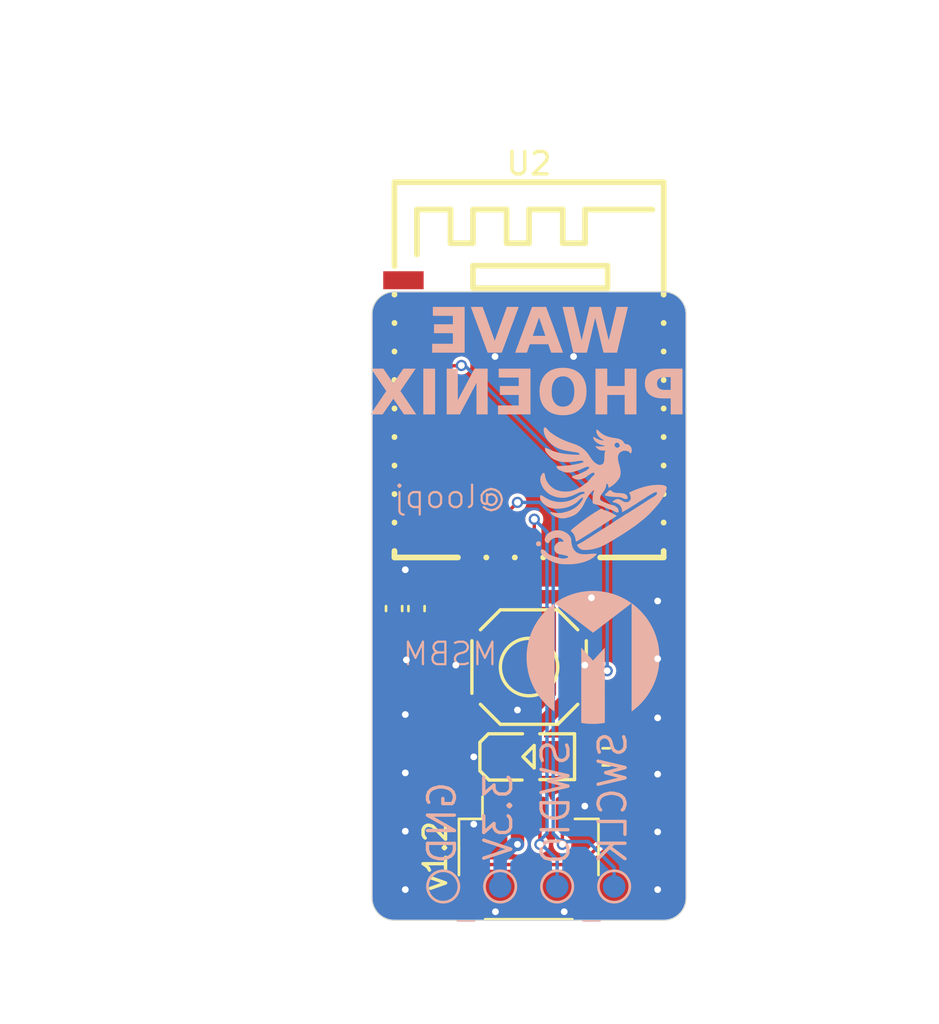
<source format=kicad_pcb>
(kicad_pcb (version 20241229) (generator "pcbnew") (generator_version "9.0")
  (layers (0 "F.Cu" signal "Top") (2 "B.Cu" signal) (13 "F.Paste" user) (15 "B.Paste" user) (5 "F.SilkS" user "F.Silkscreen") (7 "B.SilkS" user "B.Silkscreen") (1 "F.Mask" user) (3 "B.Mask" user) (25 "Edge.Cuts" user))
  (net 0 "")
  (net 1 "+3V3")
  (net 2 "GND")
  (net 3 "/LED")
  (net 4 "/PAIR")
  (net 5 "/SWCLK")
  (net 6 "/SI{slash}SWDIO")
  (net 7 "Net-(D1-A)")
  (footprint "Connector_JST:JST_SH_SM04B-SRSS-TB_1x04-1MP_P1.00mm_Horizontal" (layer "F.Cu") (at 142.984513 128.269705)
    (property "Reference" "J1" (hide yes))
    (property "Value" "Conn_01x04_MountingPin")
  )
  (footprint "Resistor_SMD:R_0402_1005Metric" (layer "F.Cu") (at 146.434513 123.719462)
    (property "Reference" "R1" (hide yes))
    (property "Value" "100R")
  )
  (footprint "project-footprints:LED0805-R-RD" (layer "F.Cu") (at 143.028602 123.713579)
    (property "Reference" "D1" (hide yes))
    (property "Value" "0805G (Green)")
  )
  (footprint "project-footprints:SW-SMD_4P-L5.1-W5.1-P3.70-LS6.5-TL-2" (layer "F.Cu") (at 143.002013 119.719462 180)
    (property "Reference" "SW1" (hide yes))
    (property "Value" "TS-1187A-B-A-B")
  )
  (footprint "Capacitor_SMD:C_0402_1005Metric" (layer "F.Cu") (at 137.983252 117.114065 -90)
    (property "Reference" "C1" (hide yes))
    (property "Value" "0.1uF")
  )
  (footprint "Capacitor_SMD:C_0402_1005Metric" (layer "F.Cu") (at 136.983252 117.114065 -90)
    (property "Reference" "C2" (hide yes))
    (property "Value" "10uF")
  )
  (footprint "project-footprints:BULETM-SMD_RF-BM-BG22A1" (layer "F.Cu") (at 143 108.5)
    (property "Reference" "U2")
    (property "Value" "~")
  )
  (footprint "TestPoint:TestPoint_Pad_D1.0mm" (layer "B.Cu") (at 141.712444 129.495162 -90)
    (property "Reference" "TP2" (hide yes))
    (property "Value" "V")
  )
  (footprint "TestPoint:TestPoint_Pad_D1.0mm" (layer "B.Cu") (at 146.792444 129.495162 -90)
    (property "Reference" "TP4" (hide yes))
    (property "Value" "C")
  )
  (footprint "TestPoint:TestPoint_Pad_D1.0mm" (layer "B.Cu") (at 139.172444 129.495162)
    (property "Reference" "TP1" (hide yes))
    (property "Value" "G")
  )
  (footprint "TestPoint:TestPoint_Pad_D1.0mm" (layer "B.Cu") (at 144.252444 129.495162 -90)
    (property "Reference" "TP3" (hide yes))
    (property "Value" "D")
  )
  (gr_poly (pts (xy 145.423555 112.159987) (xy 145.347153 112.170901) (xy 145.35807 112.127245) (xy 145.423555 112.127243)) (fill yes) (layer "B.SilkS"))
  (gr_poly (pts (xy 143.425186 114.118393) (xy 143.430693 114.118723) (xy 143.436457 114.119246) (xy 143.442513 114.119944) (xy 143.455542 114.121886) (xy 143.469936 114.124519) (xy 143.491764 114.146347) (xy 143.475556 114.146218) (xy 143.459349 114.145838) (xy 143.443147 114.145202) (xy 143.426962 114.144301) (xy 143.420152 114.144785) (xy 143.413878 114.145396) (xy 143.408091 114.146147) (xy 143.402722 114.147065) (xy 143.39772 114.148168) (xy 143.393023 114.149485) (xy 143.388571 114.151033) (xy 143.38431 114.152833) (xy 143.380176 114.15491) (xy 143.376108 114.157289) (xy 143.372053 114.159988) (xy 143.367952 114.163031) (xy 143.363745 114.166441) (xy 143.359365 114.170239) (xy 143.354763 114.174448) (xy 143.349882 114.179086) (xy 143.328052 114.211831) (xy 143.31714 114.179086) (xy 143.327235 114.168793) (xy 143.336533 114.159529) (xy 143.3452 114.15127) (xy 143.353383 114.143993) (xy 143.357338 114.140716) (xy 143.361234 114.137677) (xy 143.365086 114.134867) (xy 143.368914 114.13229) (xy 143.372737 114.129941) (xy 143.37657 114.127817) (xy 143.380438 114.125912) (xy 143.384362 114.124226) (xy 143.388354 114.122756) (xy 143.39244 114.121498) (xy 143.396631 114.120452) (xy 143.400955 114.119609) (xy 143.40543 114.118969) (xy 143.410066 114.118534) (xy 143.414895 114.118291) (xy 143.41993 114.118246)) (fill yes) (layer "B.SilkS"))
  (gr_poly (pts (xy 144.655837 112.806328) (xy 144.660042 112.806677) (xy 144.664267 112.807223) (xy 144.668556 112.807967) (xy 144.672945 112.808911) (xy 144.677472 112.81007) (xy 144.682183 112.811437) (xy 144.687117 112.813024) (xy 144.692311 112.81483) (xy 144.688965 112.818056) (xy 144.685588 112.82107) (xy 144.682194 112.823872) (xy 144.678769 112.826479) (xy 144.675316 112.828892) (xy 144.671839 112.83112) (xy 144.668329 112.833173) (xy 144.664794 112.835054) (xy 144.661225 112.836772) (xy 144.657628 112.838332) (xy 144.650334 112.84102) (xy 144.642904 112.843174) (xy 144.635331 112.844855) (xy 144.627613 112.846117) (xy 144.619735 112.847023) (xy 144.611698 112.847633) (xy 144.603493 112.847999) (xy 144.586548 112.848253) (xy 144.568846 112.848253) (xy 144.528601 112.84757) (xy 144.528601 112.836656) (xy 144.557224 112.828045) (xy 144.5859 112.819603) (xy 144.61813 112.810013) (xy 144.623613 112.808962) (xy 144.628795 112.808071) (xy 144.63372 112.807343) (xy 144.638422 112.80679) (xy 144.642946 112.806403) (xy 144.647329 112.806196) (xy 144.651612 112.806169)) (fill yes) (layer "B.SilkS"))
  (gr_poly (pts (xy 145.914687 109.486042) (xy 145.914685 109.56244) (xy 145.925602 109.58427) (xy 145.903773 109.606099) (xy 145.892812 109.579858) (xy 145.881946 109.553574) (xy 145.869666 109.52403) (xy 145.866514 109.51503) (xy 145.865236 109.511263) (xy 145.864146 109.507867) (xy 145.863222 109.504755) (xy 145.862448 109.501842) (xy 145.861818 109.499032) (xy 145.861309 109.49625) (xy 145.860915 109.493398) (xy 145.860618 109.490392) (xy 145.860409 109.487143) (xy 145.860264 109.483569) (xy 145.860135 109.475079) (xy 145.860117 109.464214)) (fill yes) (layer "B.SilkS"))
  (gr_poly (pts (xy 144.436125 114.134494) (xy 144.463116 114.135433) (xy 144.47403 114.157262) (xy 144.442141 114.161651) (xy 144.40036 114.167494) (xy 144.358921 114.173246) (xy 144.338263 114.176621) (xy 144.328078 114.178442) (xy 144.317958 114.180397) (xy 144.307869 114.182501) (xy 144.297795 114.184789) (xy 144.287704 114.18728) (xy 144.277576 114.190003) (xy 144.282445 114.184574) (xy 144.287368 114.179498) (xy 144.292338 114.174764) (xy 144.297366 114.170363) (xy 144.302446 114.166277) (xy 144.307579 114.1625) (xy 144.312766 114.159023) (xy 144.31801 114.15583) (xy 144.323314 114.152911) (xy 144.328675 114.150251) (xy 144.334096 114.147848) (xy 144.339577 114.145681) (xy 144.345117 114.143746) (xy 144.350719 114.142025) (xy 144.362112 114.139198) (xy 144.373764 114.137102) (xy 144.385677 114.135655) (xy 144.397866 114.134758) (xy 144.410329 114.134327) (xy 144.423081 114.134267)) (fill yes) (layer "B.SilkS"))
  (gr_poly (pts (xy 146.379847 122.207104) (xy 146.315292 122.217272) (xy 146.250234 122.226303) (xy 146.184706 122.234128) (xy 146.118744 122.24068) (xy 146.052379 122.245892) (xy 145.985647 122.249698) (xy 145.918579 122.252032) (xy 145.851211 122.252825) (xy 145.783965 122.25215) (xy 145.717223 122.250101) (xy 145.650947 122.246646) (xy 145.585108 122.241752) (xy 145.519669 122.235384) (xy 145.4546 122.227508) (xy 145.389865 122.218093) (xy 145.325432 122.207104) (xy 145.325432 118.8524) (xy 145.851211 119.429614) (xy 146.376991 118.8524)) (fill yes) (layer "B.SilkS"))
  (gr_poly (pts (xy 146.438558 112.029019) (xy 146.427644 112.083589) (xy 146.38399 112.061761) (xy 146.405819 112.018107)) (fill yes) (layer "B.SilkS"))
  (gr_poly (pts (xy 146.751176 112.324838) (xy 146.756729 112.325785) (xy 146.761322 112.326671) (xy 146.76547 112.327619) (xy 146.769679 112.328761) (xy 146.774464 112.33022) (xy 146.780336 112.332128) (xy 146.787808 112.334612) (xy 146.798722 112.367353) (xy 146.787871 112.370935) (xy 146.783386 112.372348) (xy 146.77942 112.373503) (xy 146.775892 112.374407) (xy 146.772715 112.375064) (xy 146.769811 112.375466) (xy 146.767088 112.375627) (xy 146.764471 112.375532) (xy 146.761877 112.375193) (xy 146.759222 112.37461) (xy 146.756422 112.373782) (xy 146.753392 112.372706) (xy 146.75005 112.371392) (xy 146.742107 112.368037) (xy 146.722324 112.356439) (xy 146.744152 112.323697)) (fill yes) (layer "B.SilkS"))
  (gr_poly (pts (xy 143.70973 109.045956) (xy 143.713074 109.046124) (xy 143.716719 109.046403) (xy 143.720758 109.046794) (xy 143.730405 109.047915) (xy 143.742789 109.049482) (xy 143.74804 109.05367) (xy 143.753157 109.057968) (xy 143.75815 109.062369) (xy 143.763024 109.066864) (xy 143.767797 109.071451) (xy 143.772472 109.076124) (xy 143.781592 109.085682) (xy 143.790462 109.09549) (xy 143.799174 109.105497) (xy 143.81646 109.125879) (xy 143.836839 109.14868) (xy 143.8573 109.171411) (xy 143.877241 109.193517) (xy 143.88451 109.201161) (xy 143.891886 109.208623) (xy 143.899368 109.215915) (xy 143.906947 109.223052) (xy 143.91463 109.230042) (xy 143.922406 109.236897) (xy 143.938233 109.250245) (xy 143.954401 109.263192) (xy 143.970889 109.275825) (xy 143.987673 109.288231) (xy 144.004726 109.300504) (xy 144.023373 109.313946) (xy 144.079008 109.352772) (xy 144.135208 109.389859) (xy 144.191979 109.425294) (xy 144.249322 109.459152) (xy 144.307237 109.491507) (xy 144.36573 109.522444) (xy 144.424803 109.552045) (xy 144.484459 109.580386) (xy 144.544701 109.607545) (xy 144.605524 109.633606) (xy 144.728946 109.682743) (xy 144.854745 109.728436) (xy 144.982941 109.77132) (xy 145.044339 109.792419) (xy 145.103337 109.815357) (xy 145.160028 109.840179) (xy 145.214497 109.866952) (xy 145.266832 109.895731) (xy 145.317124 109.926573) (xy 145.365456 109.959534) (xy 145.41192 109.994671) (xy 145.456605 110.032045) (xy 145.499593 110.071713) (xy 145.54098 110.113728) (xy 145.580851 110.158153) (xy 145.61929 110.205043) (xy 145.656393 110.254456) (xy 145.692243 110.306451) (xy 145.726927 110.361079) (xy 145.744774 110.389689) (xy 145.763154 110.417766) (xy 145.782133 110.445228) (xy 145.801764 110.471995) (xy 145.822119 110.497975) (xy 145.843257 110.523094) (xy 145.865232 110.547267) (xy 145.888116 110.570404) (xy 145.911964 110.59243) (xy 145.93684 110.613259) (xy 145.962805 110.632807) (xy 145.989924 110.650989) (xy 146.018256 110.667723) (xy 146.047858 110.682933) (xy 146.0788 110.696523) (xy 146.11114 110.708419) (xy 146.133843 110.710258) (xy 146.144782 110.710774) (xy 146.155485 110.710977) (xy 146.165976 110.710822) (xy 146.176285 110.710281) (xy 146.18643 110.709315) (xy 146.196441 110.707891) (xy 146.206344 110.705973) (xy 146.21617 110.703523) (xy 146.225932 110.700505) (xy 146.235671 110.696887) (xy 146.245406 110.692629) (xy 146.255162 110.687698) (xy 146.264969 110.68206) (xy 146.274847 110.675677) (xy 146.281454 110.669446) (xy 146.287658 110.663145) (xy 146.293477 110.656764) (xy 146.298922 110.650308) (xy 146.30401 110.643775) (xy 146.308745 110.637165) (xy 146.313146 110.630481) (xy 146.317232 110.623714) (xy 146.321008 110.616873) (xy 146.324492 110.60995) (xy 146.330633 110.595868) (xy 146.335765 110.581464) (xy 146.33999 110.566735) (xy 146.343421 110.551677) (xy 146.346161 110.536288) (xy 146.348318 110.520564) (xy 146.350003 110.5045) (xy 146.352379 110.471334) (xy 146.354147 110.43676) (xy 146.356075 110.39215) (xy 146.357864 110.347534) (xy 146.361158 110.278843) (xy 146.363591 110.244357) (xy 146.366923 110.209939) (xy 146.371438 110.175711) (xy 146.374226 110.158708) (xy 146.37742 110.141799) (xy 146.381047 110.124999) (xy 146.385148 110.108322) (xy 146.389753 110.091784) (xy 146.394902 110.075403) (xy 146.36293 110.076553) (xy 146.315609 110.076774) (xy 146.292898 110.076148) (xy 146.270768 110.074908) (xy 146.249173 110.07295) (xy 146.228071 110.070186) (xy 146.207422 110.06652) (xy 146.187171 110.061855) (xy 146.167294 110.056096) (xy 146.147733 110.049148) (xy 146.128452 110.040918) (xy 146.109406 110.031306) (xy 146.090557 110.020224) (xy 146.071857 110.007571) (xy 146.053267 109.993252) (xy 146.034741 109.977177) (xy 146.016727 109.958947) (xy 146.009442 109.951407) (xy 146.003191 109.944723) (xy 145.997905 109.93875) (xy 145.993492 109.933348) (xy 145.989885 109.92837) (xy 145.988353 109.925995) (xy 145.986991 109.923672) (xy 145.98579 109.921383) (xy 145.98474 109.919113) (xy 145.983829 109.916839) (xy 145.983048 109.914546) (xy 145.982386 109.912216) (xy 145.981837 109.909828) (xy 145.981024 109.90482) (xy 145.980531 109.899367) (xy 145.980277 109.893336) (xy 145.980169 109.878951) (xy 146.017731 109.88428) (xy 146.036155 109.886364) (xy 146.054536 109.88806) (xy 146.072893 109.889395) (xy 146.091252 109.890405) (xy 146.109619 109.891128) (xy 146.128029 109.891597) (xy 146.165029 109.891909) (xy 146.191027 109.891933) (xy 146.2132 109.891447) (xy 146.234908 109.890369) (xy 146.256275 109.888635) (xy 146.277418 109.886184) (xy 146.29846 109.882959) (xy 146.319518 109.878901) (xy 146.340713 109.873942) (xy 146.36216 109.868035) (xy 146.362159 109.846207) (xy 146.335726 109.843351) (xy 146.305384 109.838937) (xy 146.285387 109.835295) (xy 146.809637 109.835293) (xy 146.81293 109.844545) (xy 146.816392 109.853397) (xy 146.820053 109.861864) (xy 146.823937 109.869967) (xy 146.828065 109.877719) (xy 146.832467 109.885137) (xy 146.837167 109.892235) (xy 146.842184 109.899031) (xy 146.847554 109.90554) (xy 146.853293 109.91178) (xy 146.859428 109.917765) (xy 146.865989 109.92351) (xy 146.872994 109.929034) (xy 146.880472 109.934355) (xy 146.888449 109.93948) (xy 146.896948 109.944433) (xy 146.90597 109.945182) (xy 146.914612 109.945551) (xy 146.922902 109.945543) (xy 146.930888 109.945156) (xy 146.938619 109.944387) (xy 146.946119 109.943232) (xy 146.953438 109.941693) (xy 146.960614 109.939771) (xy 146.967685 109.937463) (xy 146.974696 109.934761) (xy 146.981683 109.931673) (xy 146.988688 109.928193) (xy 146.995748 109.92432) (xy 147.002908 109.920054) (xy 147.010211 109.915389) (xy 147.017687 109.910328) (xy 147.025739 109.900263) (xy 147.028993 109.896043) (xy 147.031771 109.892226) (xy 147.034109 109.88872) (xy 147.035123 109.887046) (xy 147.036038 109.885416) (xy 147.036862 109.883808) (xy 147.037594 109.882215) (xy 147.038245 109.880623) (xy 147.038809 109.879018) (xy 147.039301 109.877388) (xy 147.039716 109.875721) (xy 147.040064 109.874005) (xy 147.040348 109.872228) (xy 147.04057 109.870375) (xy 147.040738 109.868433) (xy 147.040915 109.864239) (xy 147.040919 109.859544) (xy 147.040777 109.854243) (xy 147.040198 109.841433) (xy 147.037355 109.832826) (xy 147.034439 109.824769) (xy 147.031421 109.817209) (xy 147.028288 109.810078) (xy 147.025015 109.803322) (xy 147.021571 109.796887) (xy 147.01795 109.790707) (xy 147.014113 109.784727) (xy 147.010054 109.778889) (xy 147.005741 109.773135) (xy 147.001154 109.767403) (xy 146.99627 109.761639) (xy 146.99107 109.755784) (xy 146.985532 109.749774) (xy 146.973347 109.737067) (xy 146.968046 109.734531) (xy 146.962822 109.732255) (xy 146.957672 109.730244) (xy 146.952598 109.728492) (xy 146.947594 109.726992) (xy 146.942663 109.725741) (xy 146.937799 109.724736) (xy 146.932996 109.72398) (xy 146.928257 109.723462) (xy 146.923579 109.723179) (xy 146.918959 109.723132) (xy 146.914394 109.723314) (xy 146.909888 109.723722) (xy 146.905427 109.724352) (xy 146.901019 109.725201) (xy 146.896658 109.726266) (xy 146.89234 109.727545) (xy 146.888065 109.729032) (xy 146.883832 109.730722) (xy 146.879636 109.732614) (xy 146.871352 109.736995) (xy 146.863195 109.742139) (xy 146.855144 109.74802) (xy 146.847181 109.754611) (xy 146.839295 109.761883) (xy 146.831465 109.769809) (xy 146.825483 109.779997) (xy 146.823049 109.784251) (xy 146.820943 109.788078) (xy 146.819132 109.791567) (xy 146.817584 109.79482) (xy 146.816273 109.797927) (xy 146.815163 109.800988) (xy 146.814214 109.804099) (xy 146.813408 109.807351) (xy 146.812705 109.810846) (xy 146.812076 109.81468) (xy 146.811484 109.818943) (xy 146.810902 109.82374) (xy 146.809637 109.835293) (xy 146.285387 109.835295) (xy 146.275456 109.833484) (xy 146.245982 109.826964) (xy 146.217 109.819338) (xy 146.188536 109.810578) (xy 146.160628 109.800651) (xy 146.133312 109.789525) (xy 146.106625 109.777165) (xy 146.080596 109.763539) (xy 146.055265 109.748614) (xy 146.030665 109.732359) (xy 146.00683 109.714741) (xy 145.983796 109.695724) (xy 145.961596 109.675281) (xy 145.940269 109.653376) (xy 145.919847 109.629972) (xy 145.913676 109.620604) (xy 145.9077 109.611094) (xy 145.901944 109.601437) (xy 145.896439 109.591639) (xy 145.89121 109.581705) (xy 145.886287 109.571635) (xy 145.881697 109.561434) (xy 145.87747 109.551105) (xy 145.873635 109.540651) (xy 145.870216 109.530076) (xy 145.867251 109.519377) (xy 145.864755 109.508566) (xy 145.862772 109.49764) (xy 145.861312 109.486605) (xy 145.860421 109.475463) (xy 145.860117 109.464214) (xy 145.874454 109.469703) (xy 145.888486 109.47553) (xy 145.902271 109.481685) (xy 145.915866 109.488147) (xy 145.929316 109.494904) (xy 145.942681 109.501947) (xy 145.956019 109.509252) (xy 145.969383 109.5168) (xy 145.990662 109.528522) (xy 146.012025 109.539588) (xy 146.03349 109.550005) (xy 146.055073 109.559775) (xy 146.076795 109.568901) (xy 146.098663 109.577388) (xy 146.120701 109.585242) (xy 146.142925 109.592463) (xy 146.16535 109.599058) (xy 146.187997 109.605024) (xy 146.210877 109.610371) (xy 146.234011 109.615102) (xy 146.257415 109.619218) (xy 146.281108 109.622727) (xy 146.305102 109.625629) (xy 146.329418 109.627927) (xy 146.329418 109.606098) (xy 146.305715 109.597573) (xy 146.283119 109.587165) (xy 146.260927 109.575606) (xy 146.239189 109.562949) (xy 146.21797 109.549245) (xy 146.197309 109.534543) (xy 146.177272 109.518897) (xy 146.157913 109.502355) (xy 146.139285 109.484968) (xy 146.121441 109.466791) (xy 146.104437 109.447872) (xy 146.08833 109.428262) (xy 146.073174 109.408014) (xy 146.059021 109.387179) (xy 146.045928 109.365805) (xy 146.033952 109.343944) (xy 146.023144 109.32165) (xy 146.019304 109.311061) (xy 146.015826 109.300708) (xy 146.012713 109.290561) (xy 146.009952 109.280577) (xy 146.007537 109.27071) (xy 146.005465 109.260925) (xy 146.003724 109.25118) (xy 146.002315 109.241434) (xy 146.001225 109.23165) (xy 146.000445 109.221787) (xy 145.999975 109.211797) (xy 145.999804 109.20165) (xy 145.999929 109.191297) (xy 146.00034 109.180701) (xy 146.001033 109.169823) (xy 146.002 109.158619) (xy 146.012913 109.136796) (xy 146.022006 109.139815) (xy 146.030578 109.143064) (xy 146.038686 109.146547) (xy 146.046381 109.150266) (xy 146.053707 109.154229) (xy 146.06071 109.158442) (xy 146.067451 109.162903) (xy 146.073966 109.167625) (xy 146.080314 109.172608) (xy 146.086539 109.177857) (xy 146.092692 109.18338) (xy 146.098821 109.189177) (xy 146.111214 109.201624) (xy 146.1241 109.21524) (xy 146.161263 109.25143) (xy 146.199684 109.284609) (xy 146.239304 109.314928) (xy 146.280073 109.34254) (xy 146.321932 109.367602) (xy 146.364827 109.390267) (xy 146.408702 109.410688) (xy 146.453501 109.429027) (xy 146.499166 109.445433) (xy 146.545648 109.460067) (xy 146.592887 109.47307) (xy 146.640832 109.484611) (xy 146.689418 109.49484) (xy 146.738603 109.503909) (xy 146.788321 109.511977) (xy 146.838518 109.519195) (xy 146.885693 109.526544) (xy 146.933443 109.53558) (xy 146.957311 109.540929) (xy 146.981048 109.546939) (xy 147.004568 109.553688) (xy 147.027778 109.561254) (xy 147.050596 109.569712) (xy 147.072925 109.579149) (xy 147.094678 109.589643) (xy 147.115762 109.601265) (xy 147.136093 109.614099) (xy 147.155573 109.628226) (xy 147.174113 109.643725) (xy 147.191629 109.660669) (xy 147.200464 109.674736) (xy 147.209204 109.688865) (xy 147.217856 109.703049) (xy 147.22642 109.717284) (xy 147.234569 109.729575) (xy 147.23839 109.735072) (xy 147.242123 109.740178) (xy 147.245821 109.744924) (xy 147.249545 109.749342) (xy 147.253354 109.753453) (xy 147.257302 109.757295) (xy 147.261446 109.760893) (xy 147.26585 109.764277) (xy 147.270566 109.767481) (xy 147.27566 109.770529) (xy 147.281177 109.773456) (xy 147.287185 109.776289) (xy 147.293738 109.779058) (xy 147.300896 109.78179) (xy 147.319315 109.785297) (xy 147.337751 109.788685) (xy 147.356215 109.791948) (xy 147.374696 109.79509) (xy 147.388118 109.798275) (xy 147.401074 109.802038) (xy 147.413579 109.806375) (xy 147.42565 109.811281) (xy 147.437291 109.816747) (xy 147.448522 109.822771) (xy 147.45935 109.829344) (xy 147.469789 109.836465) (xy 147.479855 109.844122) (xy 147.489559 109.852317) (xy 147.498911 109.861038) (xy 147.507931 109.870282) (xy 147.51662 109.880044) (xy 147.525001 109.890318) (xy 147.533083 109.901097) (xy 147.540878 109.912372) (xy 147.5495 109.929418) (xy 147.556771 109.946589) (xy 147.562747 109.963881) (xy 147.567493 109.981282) (xy 147.571073 109.998784) (xy 147.573557 110.016378) (xy 147.574997 110.034055) (xy 147.57547 110.051808) (xy 147.575029 110.069626) (xy 147.573743 110.087502) (xy 147.571672 110.105427) (xy 147.568882 110.123386) (xy 147.565436 110.141382) (xy 147.561395 110.159398) (xy 147.556828 110.177424) (xy 147.551794 110.195457) (xy 147.508138 110.195457) (xy 147.486269 110.168205) (xy 147.46448 110.140888) (xy 147.449066 110.130532) (xy 147.433652 110.121388) (xy 147.418205 110.113393) (xy 147.402703 110.106487) (xy 147.387119 110.100604) (xy 147.371423 110.095692) (xy 147.355591 110.091685) (xy 147.339595 110.08852) (xy 147.323413 110.086141) (xy 147.307012 110.084482) (xy 147.290365 110.083486) (xy 147.273449 110.083093) (xy 147.256237 110.083242) (xy 147.238696 110.083869) (xy 147.220808 110.084914) (xy 147.202543 110.086317) (xy 147.19585 110.088237) (xy 147.18928 110.090271) (xy 147.182831 110.09241) (xy 147.176489 110.094657) (xy 147.164072 110.099478) (xy 147.151933 110.104728) (xy 147.139984 110.11041) (xy 147.128126 110.11651) (xy 147.116267 110.123035) (xy 147.104315 110.129973) (xy 147.083255 110.141187) (xy 147.076964 110.145126) (xy 147.070897 110.149219) (xy 147.065047 110.15346) (xy 147.059407 110.157849) (xy 147.053974 110.162377) (xy 147.048739 110.167047) (xy 147.043699 110.17185) (xy 147.038848 110.176785) (xy 147.02969 110.187036) (xy 147.021224 110.197764) (xy 147.013399 110.208943) (xy 147.00617 110.22055) (xy 146.999495 110.232544) (xy 146.99333 110.244904) (xy 146.987626 110.257599) (xy 146.982344 110.270598) (xy 146.97743 110.283874) (xy 146.972845 110.297395) (xy 146.968543 110.311135) (xy 146.964478 110.325063) (xy 146.963204 110.354236) (xy 146.962877 110.382895) (xy 146.963467 110.411101) (xy 146.964932 110.43891) (xy 146.967235 110.466381) (xy 146.970335 110.493568) (xy 146.974196 110.520535) (xy 146.97878 110.547337) (xy 146.984047 110.574031) (xy 146.989958 110.600679) (xy 147.003563 110.654056) (xy 147.019292 110.707932) (xy 147.036829 110.762776) (xy 147.045305 110.791839) (xy 147.053129 110.82195) (xy 147.060221 110.85295) (xy 147.066482 110.88469) (xy 147.071828 110.917017) (xy 147.076169 110.949775) (xy 147.079411 110.98282) (xy 147.081466 111.015996) (xy 147.082243 111.049146) (xy 147.081658 111.08212) (xy 147.079616 111.114769) (xy 147.076028 111.146934) (xy 147.070804 111.178473) (xy 147.063851 111.209227) (xy 147.055088 111.239038) (xy 147.044419 111.267765) (xy 147.022898 111.305112) (xy 146.99987 111.341628) (xy 146.975389 111.377257) (xy 146.949502 111.411942) (xy 146.922257 111.445629) (xy 146.893714 111.47826) (xy 146.863915 111.509778) (xy 146.832911 111.540136) (xy 146.80076 111.569268) (xy 146.767505 111.597127) (xy 146.733203 111.623649) (xy 146.697898 111.648787) (xy 146.661646 111.672478) (xy 146.624494 111.694674) (xy 146.586496 111.715311) (xy 146.5477 111.734341) (xy 146.542072 111.704839) (xy 146.534056 111.666129) (xy 146.526385 111.627757) (xy 146.524073 111.620874) (xy 146.521738 111.61446) (xy 146.519354 111.608479) (xy 146.516894 111.602875) (xy 146.514326 111.59761) (xy 146.511629 111.592633) (xy 146.508773 111.587902) (xy 146.505725 111.583369) (xy 146.502463 111.578992) (xy 146.49896 111.574722) (xy 146.495188 111.570514) (xy 146.491115 111.566322) (xy 146.48672 111.562099) (xy 146.481971 111.557802) (xy 146.47684 111.553384) (xy 146.471302 111.548802) (xy 146.449472 111.537888) (xy 146.448619 111.559545) (xy 146.445949 111.590797) (xy 146.441911 111.621042) (xy 146.436541 111.650355) (xy 146.429879 111.678805) (xy 146.421967 111.706479) (xy 146.412832 111.733455) (xy 146.402519 111.759799) (xy 146.391065 111.785599) (xy 146.378501 111.810927) (xy 146.364874 111.83586) (xy 146.350216 111.860476) (xy 146.334568 111.884848) (xy 146.317958 111.909063) (xy 146.300435 111.933187) (xy 146.282032 111.957301) (xy 146.262782 111.981486) (xy 146.25115 111.996333) (xy 146.240293 112.011025) (xy 146.230207 112.02562) (xy 146.220886 112.040191) (xy 146.212314 112.054798) (xy 146.204491 112.069507) (xy 146.197408 112.084378) (xy 146.191056 112.099478) (xy 146.185431 112.114879) (xy 146.180521 112.130638) (xy 146.176321 112.146824) (xy 146.172825 112.163497) (xy 146.170021 112.180724) (xy 146.167906 112.198573) (xy 146.166472 112.217105) (xy 146.165709 112.236386) (xy 146.169082 112.247893) (xy 146.170747 112.253183) (xy 146.172444 112.258196) (xy 146.174209 112.262959) (xy 146.176087 112.267496) (xy 146.178106 112.271834) (xy 146.180304 112.275998) (xy 146.182723 112.280014) (xy 146.185398 112.283908) (xy 146.188357 112.287706) (xy 146.19165 112.29143) (xy 146.195302 112.295111) (xy 146.199358 112.298773) (xy 146.203851 112.302439) (xy 146.20882 112.306135) (xy 146.235071 112.317943) (xy 146.264801 112.331591) (xy 146.296676 112.345525) (xy 146.328505 112.360018) (xy 146.354062 112.371427) (xy 146.379671 112.38269) (xy 146.431054 112.404872) (xy 146.468378 112.420844) (xy 146.500982 112.434143) (xy 146.533636 112.446784) (xy 146.566403 112.458755) (xy 146.599336 112.470044) (xy 146.632495 112.48064) (xy 146.66594 112.490524) (xy 146.699725 112.499692) (xy 146.733913 112.508126) (xy 146.752289 112.513084) (xy 146.770274 112.518758) (xy 146.78786 112.525148) (xy 146.805028 112.532248) (xy 146.821765 112.540058) (xy 146.838059 112.548584) (xy 146.85389 112.557821) (xy 146.86925 112.567771) (xy 146.88412 112.57843) (xy 146.89849 112.5898) (xy 146.912341 112.601882) (xy 146.925662 112.614674) (xy 146.938438 112.628177) (xy 146.950651 112.642391) (xy 146.962294 112.657315) (xy 146.973347 112.672949) (xy 146.977601 112.682234) (xy 146.981333 112.69127) (xy 146.984548 112.700093) (xy 146.987263 112.708747) (xy 146.989484 112.71727) (xy 146.991221 112.725713) (xy 146.992484 112.734113) (xy 146.993291 112.742512) (xy 146.993639 112.750955) (xy 146.993548 112.759484) (xy 146.993023 112.768139) (xy 146.992075 112.776968) (xy 146.990714 112.786007) (xy 146.988952 112.7953) (xy 146.986798 112.804895) (xy 146.984263 112.81483) (xy 146.978134 112.820243) (xy 146.975558 112.822456) (xy 146.97322 112.82438) (xy 146.971058 112.826048) (xy 146.969011 112.82749) (xy 146.967008 112.828745) (xy 146.966006 112.829309) (xy 146.964992 112.829834) (xy 146.963956 112.830334) (xy 146.962894 112.830802) (xy 146.960653 112.83167) (xy 146.958205 112.832477) (xy 146.955484 112.833248) (xy 146.952428 112.834019) (xy 146.948972 112.834825) (xy 146.940605 112.836656) (xy 146.930675 112.83563) (xy 146.921176 112.834298) (xy 146.912057 112.832671) (xy 146.903269 112.830751) (xy 146.894771 112.828537) (xy 146.886514 112.826032) (xy 146.878451 112.823237) (xy 146.870533 112.820158) (xy 146.862718 112.816795) (xy 146.854957 112.813148) (xy 146.8472 112.809226) (xy 146.839408 112.805026) (xy 146.82352 112.795801) (xy 146.806907 112.785497) (xy 146.79458 112.778203) (xy 146.782249 112.77125) (xy 146.769907 112.764616) (xy 146.757533 112.758286) (xy 146.732663 112.746452) (xy 146.707538 112.735589) (xy 146.682061 112.725538) (xy 146.656132 112.716149) (xy 146.629657 112.707259) (xy 146.602534 112.698712) (xy 146.579174 112.691003) (xy 146.556223 112.682774) (xy 146.5336 112.674049) (xy 146.511235 112.664848) (xy 146.489053 112.655201) (xy 146.466983 112.645132) (xy 146.444945 112.634668) (xy 146.422868 112.623836) (xy 146.378453 112.602992) (xy 146.333683 112.583932) (xy 146.288542 112.566424) (xy 146.243015 112.550245) (xy 146.197092 112.535164) (xy 146.150745 112.520959) (xy 146.103967 112.507405) (xy 146.056738 112.494272) (xy 146.029947 112.48693) (xy 146.004862 112.480198) (xy 145.979742 112.473607) (xy 145.944225 112.464115) (xy 145.917114 112.45657) (xy 145.906198 112.453295) (xy 145.896762 112.450232) (xy 145.888602 112.447286) (xy 145.881504 112.44437) (xy 145.875271 112.441387) (xy 145.869687 112.43825) (xy 145.864548 112.434866) (xy 145.85965 112.431139) (xy 145.854783 112.426982) (xy 145.849738 112.422305) (xy 145.838287 112.41101) (xy 145.834953 112.35215) (xy 145.832943 112.292989) (xy 145.832658 112.233709) (xy 145.834491 112.174481) (xy 145.836328 112.144945) (xy 145.838847 112.115488) (xy 145.842096 112.086139) (xy 145.846123 112.056912) (xy 145.85098 112.027833) (xy 145.856716 111.998925) (xy 145.863387 111.970209) (xy 145.871029 111.941709) (xy 145.880494 111.907731) (xy 145.886079 111.888853) (xy 145.891827 111.870052) (xy 145.897732 111.851299) (xy 145.903773 111.832567) (xy 145.891228 111.839569) (xy 145.879167 111.84673) (xy 145.867554 111.854064) (xy 145.85635 111.861591) (xy 145.845528 111.86932) (xy 145.835043 111.877281) (xy 145.82487 111.885483) (xy 145.81497 111.893946) (xy 145.805304 111.902686) (xy 145.795845 111.911722) (xy 145.786557 111.92107) (xy 145.777401 111.930744) (xy 145.768345 111.940767) (xy 145.759354 111.951153) (xy 145.75039 111.961921) (xy 145.741425 111.973087) (xy 145.721484 111.997971) (xy 145.684068 112.046826) (xy 145.648875 112.095968) (xy 145.615684 112.145623) (xy 145.584267 112.196011) (xy 145.554397 112.247354) (xy 145.525857 112.299871) (xy 145.498419 112.353781) (xy 145.471857 112.409305) (xy 145.445881 112.462729) (xy 145.418682 112.514087) (xy 145.404549 112.53907) (xy 145.390017 112.563635) (xy 145.375057 112.587808) (xy 145.359642 112.611622) (xy 145.343736 112.63511) (xy 145.327312 112.6583) (xy 145.310338 112.681231) (xy 145.292787 112.703923) (xy 145.274631 112.726417) (xy 145.255827 112.748741) (xy 145.236358 112.770923) (xy 145.216188 112.793002) (xy 145.194697 112.816792) (xy 145.1673 112.844156) (xy 145.138734 112.869475) (xy 145.10907 112.892867) (xy 145.078396 112.914454) (xy 145.046781 112.934357) (xy 145.014309 112.952701) (xy 144.981058 112.969597) (xy 144.947101 112.985177) (xy 144.912523 112.999553) (xy 144.877398 113.012855) (xy 144.841806 113.025194) (xy 144.805825 113.036701) (xy 144.733009 113.05768) (xy 144.659569 113.076767) (xy 144.638235 113.082707) (xy 144.613533 113.087605) (xy 144.588417 113.091401) (xy 144.562962 113.094127) (xy 144.537238 113.095808) (xy 144.511321 113.096471) (xy 144.485277 113.096141) (xy 144.459183 113.094845) (xy 144.433111 113.092606) (xy 144.40713 113.089454) (xy 144.38131 113.085418) (xy 144.355734 113.080517) (xy 144.330465 113.074783) (xy 144.305574 113.06824) (xy 144.281139 113.060917) (xy 144.257232 113.052835) (xy 144.233923 113.044025) (xy 144.200497 113.030767) (xy 144.165025 113.013898) (xy 144.146233 113.004187) (xy 144.127014 112.993667) (xy 144.107578 112.982365) (xy 144.088135 112.970308) (xy 144.068892 112.957531) (xy 144.050059 112.944059) (xy 144.031843 112.929923) (xy 144.01446 112.915153) (xy 143.99811 112.899776) (xy 143.983008 112.883822) (xy 143.969361 112.867321) (xy 143.957376 112.850305) (xy 143.952075 112.841611) (xy 143.947269 112.832797) (xy 143.94298 112.82387) (xy 143.939241 112.81483) (xy 144.011547 112.825061) (xy 144.052219 112.830817) (xy 144.069957 112.833476) (xy 144.087676 112.836265) (xy 144.105367 112.839209) (xy 144.123028 112.842341) (xy 144.152832 112.846498) (xy 144.183159 112.85) (xy 144.213924 112.852816) (xy 144.245037 112.854922) (xy 144.276426 112.856291) (xy 144.308002 112.856893) (xy 144.339687 112.856705) (xy 144.371391 112.855696) (xy 144.403038 112.853839) (xy 144.434539 112.851109) (xy 144.465819 112.847473) (xy 144.496785 112.842914) (xy 144.527361 112.837396) (xy 144.557463 112.830895) (xy 144.587007 112.823381) (xy 144.615915 112.81483) (xy 144.641485 112.807189) (xy 144.697665 112.789502) (xy 144.75232 112.770499) (xy 144.805449 112.750069) (xy 144.857053 112.728092) (xy 144.907138 112.704455) (xy 144.955702 112.679038) (xy 145.002748 112.651736) (xy 145.048275 112.622423) (xy 145.092288 112.590989) (xy 145.134789 112.557317) (xy 145.175772 112.521295) (xy 145.215249 112.482805) (xy 145.253214 112.441733) (xy 145.289674 112.397963) (xy 145.324621 112.351381) (xy 145.35807 112.301867) (xy 145.376403 112.273304) (xy 145.381275 112.264171) (xy 145.385628 112.255292) (xy 145.38762 112.250912) (xy 145.389504 112.246547) (xy 145.391283 112.242181) (xy 145.392966 112.237798) (xy 145.39456 112.233383) (xy 145.396068 112.228919) (xy 145.398865 112.219787) (xy 145.401417 112.210267) (xy 145.403773 112.200232) (xy 145.41264 112.159987) (xy 145.398961 112.16428) (xy 145.386051 112.168819) (xy 145.373827 112.173632) (xy 145.362225 112.178732) (xy 145.35117 112.184152) (xy 145.340593 112.189912) (xy 145.330426 112.19603) (xy 145.320592 112.202536) (xy 145.311028 112.209448) (xy 145.301656 112.216792) (xy 145.292404 112.22459) (xy 145.283208 112.232861) (xy 145.27399 112.241633) (xy 145.264684 112.250927) (xy 145.24552 112.271171) (xy 145.221721 112.295515) (xy 145.197823 112.319081) (xy 145.17363 112.341862) (xy 145.148947 112.363853) (xy 145.136365 112.374548) (xy 145.12359 112.385044) (xy 145.110603 112.395338) (xy 145.097367 112.405432) (xy 145.083873 112.415317) (xy 145.070088 112.425001) (xy 145.055992 112.434481) (xy 145.041561 112.443751) (xy 145.022973 112.455578) (xy 144.99121 112.474891) (xy 144.959088 112.493201) (xy 144.926613 112.510523) (xy 144.893784 112.52687) (xy 144.860613 112.542251) (xy 144.827097 112.556683) (xy 144.793243 112.570169) (xy 144.759055 112.582729) (xy 144.724537 112.59437) (xy 144.689697 112.6051) (xy 144.654532 112.614941) (xy 144.61905 112.623895) (xy 144.583254 112.631978) (xy 144.547152 112.639204) (xy 144.510739 112.645582) (xy 144.47403 112.65112) (xy 144.444231 112.655423) (xy 144.398908 112.660153) (xy 144.353062 112.663771) (xy 144.306832 112.666145) (xy 144.260365 112.667126) (xy 144.213808 112.666579) (xy 144.167295 112.664363) (xy 144.12097 112.660336) (xy 144.074979 112.654355) (xy 144.029464 112.646282) (xy 143.984569 112.635974) (xy 143.940438 112.623295) (xy 143.897212 112.608097) (xy 143.855034 112.590245) (xy 143.814048 112.569592) (xy 143.774394 112.546007) (xy 143.736223 112.519342) (xy 143.710044 112.498322) (xy 143.682505 112.476961) (xy 143.668042 112.464686) (xy 143.653141 112.451423) (xy 143.63796 112.437254) (xy 143.622675 112.422248) (xy 143.607447 112.40648) (xy 143.592451 112.390021) (xy 143.577844 112.372945) (xy 143.563804 112.355326) (xy 143.550492 112.337239) (xy 143.538072 112.318759) (xy 143.52672 112.29995) (xy 143.516596 112.280893) (xy 143.507874 112.261664) (xy 143.504088 112.252003) (xy 143.500716 112.242328) (xy 143.497776 112.232645) (xy 143.49529 112.222967) (xy 143.49328 112.213292) (xy 143.491764 112.203641) (xy 143.491312 112.186594) (xy 143.491054 112.16954) (xy 143.490982 112.152485) (xy 143.491083 112.135429) (xy 143.49138 112.099787) (xy 143.491764 112.072675) (xy 143.496919 112.070731) (xy 143.501731 112.06902) (xy 143.506258 112.067545) (xy 143.510541 112.066314) (xy 143.51463 112.065327) (xy 143.518576 112.064592) (xy 143.52243 112.064109) (xy 143.526238 112.063885) (xy 143.530051 112.063924) (xy 143.533917 112.064233) (xy 143.537883 112.064814) (xy 143.541999 112.065672) (xy 143.546319 112.066809) (xy 143.550883 112.068231) (xy 143.555746 112.069945) (xy 143.560959 112.071951) (xy 143.589309 112.088367) (xy 143.621581 112.106824) (xy 143.646924 112.12226) (xy 143.67213 112.137896) (xy 143.722327 112.169536) (xy 143.779863 112.203242) (xy 143.838154 112.233748) (xy 143.897163 112.261066) (xy 143.956861 112.285201) (xy 144.017211 112.306166) (xy 144.078181 112.323964) (xy 144.139741 112.338601) (xy 144.201858 112.350086) (xy 144.264492 112.358432) (xy 144.327618 112.363636) (xy 144.391201 112.365718) (xy 144.455206 112.364677) (xy 144.519606 112.360522) (xy 144.584359 112.353265) (xy 144.649438 112.34291) (xy 144.714814 112.329464) (xy 144.747396 112.320857) (xy 144.779755 112.311364) (xy 144.811887 112.301003) (xy 144.843757 112.28981) (xy 144.875364 112.277806) (xy 144.906682 112.265017) (xy 144.937702 112.251473) (xy 144.968406 112.237199) (xy 144.998776 112.222219) (xy 145.028797 112.206563) (xy 145.058454 112.190258) (xy 145.087734 112.173328) (xy 145.116615 112.155802) (xy 145.145086 112.137698) (xy 145.200724 112.099894) (xy 145.209925 112.093678) (xy 145.219153 112.087683) (xy 145.237722 112.076329) (xy 145.256496 112.06575) (xy 145.275523 112.055862) (xy 145.294863 112.046581) (xy 145.314577 112.037818) (xy 145.334715 112.029493) (xy 145.355338 112.021518) (xy 145.377841 112.013046) (xy 145.395132 112.007044) (xy 145.40227 112.004662) (xy 145.408578 112.002685) (xy 145.414189 112.001103) (xy 145.419229 111.999901) (xy 145.423833 111.999076) (xy 145.428135 111.998622) (xy 145.432255 111.998527) (xy 145.436335 111.998779) (xy 145.440502 111.999376) (xy 145.444882 112.000308) (xy 145.449616 112.001563) (xy 145.454824 112.003134) (xy 145.467211 112.007193) (xy 145.467211 111.919878) (xy 145.453027 111.916939) (xy 145.438885 111.914701) (xy 145.424782 111.913137) (xy 145.41073 111.912214) (xy 145.382752 111.912198) (xy 145.354965 111.914443) (xy 145.327371 111.918727) (xy 145.29999 111.924837) (xy 145.27282 111.932557) (xy 145.245874 111.941671) (xy 145.219159 111.951964) (xy 145.192689 111.963216) (xy 145.140502 111.987747) (xy 145.03942 112.038834) (xy 145.001251 112.056639) (xy 144.962856 112.073076) (xy 144.92418 112.088254) (xy 144.885184 112.102277) (xy 144.84582 112.115263) (xy 144.806038 112.12732) (xy 144.765799 112.138553) (xy 144.725052 112.149073) (xy 144.701086 112.15538) (xy 144.651444 112.16602) (xy 144.601003 112.173692) (xy 144.549942 112.17848) (xy 144.49843 112.180472) (xy 144.446632 112.179757) (xy 144.394719 112.176421) (xy 144.342861 112.170548) (xy 144.291223 112.162232) (xy 144.239983 112.151555) (xy 144.189301 112.138607) (xy 144.139353 112.123475) (xy 144.090303 112.106248) (xy 144.042327 112.087011) (xy 143.995584 112.065847) (xy 143.950254 112.042851) (xy 143.9065 112.018107) (xy 143.8918 112.00816) (xy 143.877517 111.997993) (xy 143.863588 111.987582) (xy 143.849967 111.976891) (xy 143.836587 111.965895) (xy 143.823394 111.95457) (xy 143.810341 111.942876) (xy 143.797357 111.930795) (xy 143.770458 111.906832) (xy 143.749071 111.886242) (xy 143.728465 111.865132) (xy 143.708655 111.84351) (xy 143.689629 111.821373) (xy 143.671398 111.798724) (xy 143.653971 111.775561) (xy 143.637348 111.75189) (xy 143.621527 111.727708) (xy 143.60652 111.70302) (xy 143.592328 111.677823) (xy 143.578957 111.652123) (xy 143.566402 111.625918) (xy 143.554678 111.599205) (xy 143.543787 111.57199) (xy 143.533729 111.544273) (xy 143.524507 111.516058) (xy 143.516065 111.49116) (xy 143.511151 111.472288) (xy 143.507104 111.452934) (xy 143.503926 111.433182) (xy 143.501628 111.413109) (xy 143.500203 111.392803) (xy 143.499666 111.37234) (xy 143.500012 111.351804) (xy 143.501253 111.331278) (xy 143.50339 111.310834) (xy 143.506428 111.290562) (xy 143.510365 111.270544) (xy 143.515218 111.250852) (xy 143.520976 111.231579) (xy 143.527653 111.212796) (xy 143.535253 111.194592) (xy 143.543779 111.177042) (xy 143.562937 111.147094) (xy 143.570892 111.134911) (xy 143.577981 111.12438) (xy 143.584357 111.115342) (xy 143.590194 111.107638) (xy 143.595642 111.10111) (xy 143.600872 111.095599) (xy 143.606041 111.090952) (xy 143.611312 111.087007) (xy 143.616844 111.083607) (xy 143.622802 111.080596) (xy 143.629345 111.077814) (xy 143.63664 111.075103) (xy 143.654113 111.069265) (xy 143.677303 111.068584) (xy 143.681977 111.076531) (xy 143.68615 111.084573) (xy 143.689852 111.092698) (xy 143.693131 111.100911) (xy 143.696025 111.109201) (xy 143.698567 111.117573) (xy 143.700802 111.126021) (xy 143.702767 111.134542) (xy 143.7045 111.143131) (xy 143.706045 111.151788) (xy 143.70871 111.169299) (xy 143.713455 111.205009) (xy 143.720959 111.246027) (xy 143.730573 111.285847) (xy 143.742234 111.324505) (xy 143.755873 111.362025) (xy 143.771428 111.398434) (xy 143.78883 111.433765) (xy 143.808012 111.468049) (xy 143.828914 111.501306) (xy 143.851462 111.533572) (xy 143.875599 111.564873) (xy 143.901253 111.595239) (xy 143.92836 111.624699) (xy 143.956855 111.65328) (xy 143.986669 111.681013) (xy 144.017742 111.707923) (xy 144.050002 111.734043) (xy 144.093309 111.762759) (xy 144.138087 111.788502) (xy 144.184201 111.811354) (xy 144.231505 111.831402) (xy 144.279865 111.848725) (xy 144.329133 111.863412) (xy 144.379167 111.875547) (xy 144.429832 111.885205) (xy 144.480984 111.892482) (xy 144.532482 111.897454) (xy 144.584185 111.90021) (xy 144.63595 111.900829) (xy 144.687643 111.899398) (xy 144.739116 111.896001) (xy 144.79023 111.890721) (xy 144.840844 111.883642) (xy 144.892438 111.872152) (xy 144.942966 111.858651) (xy 144.992482 111.843216) (xy 145.041028 111.825931) (xy 145.088661 111.806881) (xy 145.135416 111.786157) (xy 145.181349 111.763837) (xy 145.226502 111.740008) (xy 145.270927 111.714754) (xy 145.314667 111.688159) (xy 145.357776 111.660304) (xy 145.400293 111.631281) (xy 145.442271 111.601168) (xy 145.483758 111.570049) (xy 145.565439 111.505144) (xy 145.590079 111.486003) (xy 145.600101 111.477673) (xy 145.609801 111.469153) (xy 145.619206 111.460449) (xy 145.628341 111.451567) (xy 145.637232 111.442521) (xy 145.645899 111.433315) (xy 145.654369 111.42396) (xy 145.66267 111.414462) (xy 145.678857 111.395073) (xy 145.694661 111.375208) (xy 145.710279 111.354942) (xy 145.725912 111.33433) (xy 145.733953 111.324073) (xy 145.742104 111.314038) (xy 145.750362 111.304207) (xy 145.758739 111.29457) (xy 145.775832 111.275809) (xy 145.793397 111.257641) (xy 145.811448 111.239946) (xy 145.830006 111.222604) (xy 145.84908 111.205495) (xy 145.868685 111.188511) (xy 145.877323 111.181321) (xy 145.880893 111.178291) (xy 145.884057 111.175522) (xy 145.88688 111.172941) (xy 145.889428 111.170466) (xy 145.89177 111.168021) (xy 145.893972 111.165522) (xy 145.896105 111.162891) (xy 145.898233 111.160047) (xy 145.900425 111.156912) (xy 145.902745 111.153403) (xy 145.905265 111.149448) (xy 145.908049 111.144957) (xy 145.914687 111.134065) (xy 145.915711 111.117099) (xy 145.915969 111.111042) (xy 145.916053 111.105759) (xy 145.915971 111.100597) (xy 145.915711 111.094929) (xy 145.914685 111.079497) (xy 145.906141 111.074332) (xy 145.902135 111.072003) (xy 145.898263 111.069852) (xy 145.894482 111.067885) (xy 145.890763 111.066109) (xy 145.887063 111.064533) (xy 145.88335 111.063159) (xy 145.879584 111.062002) (xy 145.875733 111.061059) (xy 145.871755 111.060342) (xy 145.867617 111.059862) (xy 145.863282 111.059622) (xy 145.858714 111.059622) (xy 145.853878 111.05988) (xy 145.848733 111.0604) (xy 145.832736 111.06628) (xy 145.817172 111.072574) (xy 145.802008 111.07926) (xy 145.787208 111.086326) (xy 145.772731 111.093757) (xy 145.758543 111.101541) (xy 145.744605 111.109659) (xy 145.730884 111.118102) (xy 145.717338 111.126856) (xy 145.703929 111.135903) (xy 145.677381 111.15483) (xy 145.650948 111.174769) (xy 145.624332 111.195604) (xy 145.59565 111.217675) (xy 145.567108 111.238425) (xy 145.538605 111.257811) (xy 145.510056 111.275776) (xy 145.481359 111.292279) (xy 145.452418 111.307272) (xy 145.423144 111.320697) (xy 145.393435 111.332517) (xy 145.363204 111.342673) (xy 145.332351 111.351127) (xy 145.300782 111.35782) (xy 145.268401 111.362713) (xy 145.235116 111.365752) (xy 145.200829 111.366889) (xy 145.165447 111.366073) (xy 145.128876 111.363262) (xy 145.102225 111.357048) (xy 145.075896 111.349882) (xy 145.062894 111.345885) (xy 145.050025 111.341575) (xy 145.037308 111.33693) (xy 145.024755 111.331924) (xy 145.012386 111.326533) (xy 145.000221 111.320734) (xy 144.98827 111.314499) (xy 144.976563 111.307804) (xy 144.965104 111.300628) (xy 144.953916 111.292942) (xy 144.943014 111.284725) (xy 144.932421 111.27595) (xy 144.927453 111.265996) (xy 144.92364 111.258216) (xy 144.920718 111.25197) (xy 144.919515 111.249223) (xy 144.918438 111.246619) (xy 144.917457 111.24408) (xy 144.916537 111.241524) (xy 144.914769 111.236047) (xy 144.912874 111.229543) (xy 144.910594 111.221379) (xy 144.982597 111.19738) (xy 145.018684 111.185644) (xy 145.054863 111.174186) (xy 145.133677 111.148552) (xy 145.216156 111.119596) (xy 145.300272 111.087057) (xy 145.342312 111.069358) (xy 145.384005 111.050659) (xy 145.425096 111.030934) (xy 145.465326 111.010147) (xy 145.504449 110.988261) (xy 145.542211 110.965246) (xy 145.57836 110.941063) (xy 145.612636 110.915689) (xy 145.644795 110.889084) (xy 145.674577 110.861214) (xy 145.675602 110.844502) (xy 145.675858 110.838511) (xy 145.675942 110.833248) (xy 145.67586 110.828065) (xy 145.6756 110.822332) (xy 145.674577 110.806647) (xy 145.665385 110.803692) (xy 145.655949 110.801422) (xy 145.646284 110.79981) (xy 145.636411 110.798823) (xy 145.626343 110.798427) (xy 145.616101 110.798589) (xy 145.6057 110.799282) (xy 145.595155 110.800474) (xy 145.573714 110.804215) (xy 145.551913 110.809564) (xy 145.529889 110.816266) (xy 145.507777 110.824069) (xy 145.48572 110.832711) (xy 145.463854 110.841948) (xy 145.421239 110.861176) (xy 145.381026 110.879724) (xy 145.344324 110.895552) (xy 145.243249 110.935255) (xy 145.139553 110.973267) (xy 145.086909 110.99074) (xy 145.03383 111.006714) (xy 144.980395 111.020827) (xy 144.926676 111.03273) (xy 144.872743 111.042057) (xy 144.818683 111.048445) (xy 144.764553 111.051547) (xy 144.710445 111.050995) (xy 144.656416 111.046438) (xy 144.602554 111.037512) (xy 144.575709 111.031299) (xy 144.548929 111.02386) (xy 144.522228 111.01515) (xy 144.495613 111.005124) (xy 144.425527 110.974227) (xy 144.37222 110.949996) (xy 144.350896 110.939734) (xy 144.332601 110.930367) (xy 144.316959 110.921628) (xy 144.303576 110.913271) (xy 144.292063 110.905029) (xy 144.28204 110.896651) (xy 144.273118 110.887873) (xy 144.264906 110.878438) (xy 144.257022 110.868091) (xy 144.249072 110.856574) (xy 144.231448 110.828985) (xy 144.228661 110.821527) (xy 144.227536 110.818339) (xy 144.226569 110.815386) (xy 144.225751 110.812572) (xy 144.225067 110.809798) (xy 144.224511 110.806965) (xy 144.224062 110.80398) (xy 144.223713 110.800747) (xy 144.223452 110.797165) (xy 144.223266 110.793141) (xy 144.223137 110.788578) (xy 144.223062 110.783374) (xy 144.223024 110.777442) (xy 144.223006 110.762988) (xy 144.258616 110.762332) (xy 144.407442 110.758102) (xy 144.553807 110.750668) (xy 144.698292 110.739325) (xy 144.841474 110.723365) (xy 144.983923 110.702088) (xy 145.055052 110.689233) (xy 145.126215 110.674782) (xy 145.197484 110.658649) (xy 145.268929 110.640747) (xy 145.340623 110.620989) (xy 145.41264 110.599278) (xy 145.423557 110.544708) (xy 145.404498 110.539132) (xy 145.385049 110.534893) (xy 145.365264 110.531886) (xy 145.345192 110.529999) (xy 145.324893 110.529121) (xy 145.304413 110.529144) (xy 145.283809 110.529961) (xy 145.263135 110.531461) (xy 145.242442 110.533537) (xy 145.221786 110.536072) (xy 145.180797 110.542105) (xy 145.101586 110.554941) (xy 144.962706 110.57338) (xy 144.892582 110.580657) (xy 144.822216 110.586243) (xy 144.751758 110.589843) (xy 144.681366 110.591161) (xy 144.611202 110.589903) (xy 144.541419 110.585767) (xy 144.47217 110.578467) (xy 144.403617 110.567697) (xy 144.335913 110.553166) (xy 144.269218 110.534581) (xy 144.203683 110.51164) (xy 144.139473 110.484049) (xy 144.076738 110.451516) (xy 144.01564 110.413738) (xy 144.001153 110.402238) (xy 143.986983 110.390526) (xy 143.973082 110.378605) (xy 143.959425 110.366458) (xy 143.945976 110.354082) (xy 143.932693 110.34147) (xy 143.919549 110.328616) (xy 143.906499 110.315512) (xy 143.880663 110.289249) (xy 143.851062 110.257269) (xy 143.836309 110.240746) (xy 143.821759 110.223852) (xy 143.807547 110.206573) (xy 143.793795 110.188905) (xy 143.780631 110.170833) (xy 143.76819 110.152341) (xy 143.756601 110.133423) (xy 143.745984 110.114067) (xy 143.736477 110.094262) (xy 143.728206 110.073994) (xy 143.724571 110.063686) (xy 143.721295 110.053257) (xy 143.718393 110.042706) (xy 143.71588 110.032035) (xy 143.713776 110.021235) (xy 143.712087 110.010315) (xy 143.710842 109.999267) (xy 143.710047 109.988091) (xy 143.720961 109.955349) (xy 143.732179 109.956667) (xy 143.743084 109.958367) (xy 143.75371 109.960422) (xy 143.764089 109.962823) (xy 143.77425 109.965544) (xy 143.784231 109.968568) (xy 143.79406 109.971877) (xy 143.803776 109.97545) (xy 143.813407 109.979268) (xy 143.822991 109.983315) (xy 143.842132 109.99201) (xy 143.861467 110.001384) (xy 143.88126 110.011284) (xy 143.963989 110.049265) (xy 144.047127 110.083204) (xy 144.130683 110.113333) (xy 144.214662 110.13987) (xy 144.299085 110.163051) (xy 144.383953 110.183097) (xy 144.46929 110.200231) (xy 144.555094 110.214685) (xy 144.64138 110.226687) (xy 144.728163 110.236458) (xy 144.815451 110.244225) (xy 144.903253 110.250216) (xy 145.080454 110.257773) (xy 145.259842 110.260942) (xy 145.253935 110.245819) (xy 145.251057 110.239015) (xy 145.248163 110.232654) (xy 145.245195 110.226702) (xy 145.242105 110.22111) (xy 145.238827 110.215839) (xy 145.235319 110.21085) (xy 145.231524 110.206098) (xy 145.227387 110.201539) (xy 145.222855 110.197135) (xy 145.217871 110.192841) (xy 145.212384 110.188617) (xy 145.20634 110.184423) (xy 145.199686 110.180212) (xy 145.192369 110.175948) (xy 145.184437 110.1732) (xy 145.176478 110.170629) (xy 145.160488 110.165967) (xy 145.144401 110.161882) (xy 145.128216 110.158305) (xy 145.11193 110.155152) (xy 145.095546 110.152353) (xy 145.07907 110.149822) (xy 145.062493 110.147494) (xy 145.010914 110.139885) (xy 144.98389 110.136009) (xy 144.85639 110.117182) (xy 144.727785 110.095902) (xy 144.663526 110.083705) (xy 144.599547 110.070129) (xy 144.536026 110.054925) (xy 144.473155 110.037831) (xy 144.411117 110.018592) (xy 144.350092 109.996959) (xy 144.290269 109.972672) (xy 144.231831 109.945482) (xy 144.174964 109.915128) (xy 144.119854 109.881358) (xy 144.066684 109.843918) (xy 144.01564 109.802553) (xy 143.989677 109.780938) (xy 143.956125 109.751062) (xy 143.923828 109.720119) (xy 143.892867 109.688112) (xy 143.863338 109.655047) (xy 143.835321 109.62093) (xy 143.808907 109.585767) (xy 143.784183 109.549563) (xy 143.761236 109.512325) (xy 143.740155 109.474057) (xy 143.721027 109.434769) (xy 143.703937 109.394455) (xy 143.688973 109.353138) (xy 143.676226 109.310811) (xy 143.665783 109.267482) (xy 143.65773 109.22316) (xy 143.652151 109.177849) (xy 143.651859 109.159846) (xy 143.652043 109.142958) (xy 143.652393 109.134844) (xy 143.652954 109.126908) (xy 143.653767 109.119111) (xy 143.654851 109.111419) (xy 143.656246 109.103799) (xy 143.65798 109.09621) (xy 143.660086 109.088625) (xy 143.662599 109.081005) (xy 143.66554 109.073316) (xy 143.668956 109.065522) (xy 143.672862 109.057588) (xy 143.677303 109.049482) (xy 143.686666 109.047915) (xy 143.694153 109.046794) (xy 143.697436 109.046404) (xy 143.700543 109.046124) (xy 143.703562 109.045956) (xy 143.706592 109.045899)) (fill yes) (layer "B.SilkS"))
  (gr_poly (pts (xy 145.971145 116.328734) (xy 146.089794 116.33577) (xy 146.20708 116.347391) (xy 146.322922 116.363518) (xy 146.437238 116.384065) (xy 146.549953 116.408948) (xy 146.660985 116.438083) (xy 146.770254 116.471389) (xy 146.877681 116.508778) (xy 146.983188 116.550171) (xy 147.086694 116.595481) (xy 147.188118 116.644625) (xy 147.287384 116.697519) (xy 147.384409 116.754081) (xy 147.479117 116.814224) (xy 147.571425 116.877868) (xy 145.851211 118.192318) (xy 144.130997 116.877868) (xy 144.223337 116.814224) (xy 144.31813 116.754081) (xy 144.415283 116.697519) (xy 144.514706 116.644625) (xy 144.616304 116.595481) (xy 144.719989 116.550171) (xy 144.825664 116.508778) (xy 144.93324 116.471389) (xy 145.042625 116.438083) (xy 145.153725 116.408948) (xy 145.26645 116.384065) (xy 145.380707 116.363518) (xy 145.496404 116.347391) (xy 145.613449 116.33577) (xy 145.731747 116.328734) (xy 145.851211 116.326371)) (fill yes) (layer "B.SilkS"))
  (gr_poly (pts (xy 145.540386 111.546177) (xy 145.536867 111.553867) (xy 145.533045 111.56101) (xy 145.528927 111.567649) (xy 145.524508 111.573834) (xy 145.519794 111.579609) (xy 145.514781 111.585021) (xy 145.509472 111.590118) (xy 145.503862 111.594951) (xy 145.497957 111.599557) (xy 145.491757 111.603993) (xy 145.485258 111.608299) (xy 145.47846 111.612526) (xy 145.471368 111.61672) (xy 145.456296 111.6252) (xy 145.423557 111.614286) (xy 145.447398 111.595143) (xy 145.471303 111.576085) (xy 145.498162 111.554599) (xy 145.506001 111.549082) (xy 145.509256 111.546852) (xy 145.512156 111.544939) (xy 145.514772 111.543316) (xy 145.517167 111.541966) (xy 145.519404 111.540862) (xy 145.521556 111.539976) (xy 145.523688 111.539287) (xy 145.525864 111.53877) (xy 145.528152 111.538398) (xy 145.530621 111.538147) (xy 145.533334 111.537996) (xy 145.536357 111.537918) (xy 145.543609 111.537888)) (fill yes) (layer "B.SilkS"))
  (gr_poly (pts (xy 147.709232 116.980203) (xy 147.840606 117.093034) (xy 147.965205 117.213175) (xy 148.082694 117.340292) (xy 148.192732 117.474057) (xy 148.294981 117.614137) (xy 148.389101 117.760204) (xy 148.474753 117.911925) (xy 148.551598 118.068973) (xy 148.619296 118.231011) (xy 148.677509 118.397714) (xy 148.725901 118.568749) (xy 148.764127 118.743786) (xy 148.791852 118.922494) (xy 148.808735 119.104541) (xy 148.814437 119.289598) (xy 148.813005 119.382488) (xy 148.808735 119.474684) (xy 148.791852 119.656814) (xy 148.764127 119.835635) (xy 148.725901 120.010803) (xy 148.677509 120.181969) (xy 148.619296 120.348786) (xy 148.551598 120.510907) (xy 148.474753 120.667983) (xy 148.389101 120.819669) (xy 148.294981 120.965614) (xy 148.192732 121.105476) (xy 148.082694 121.238902) (xy 147.965205 121.365548) (xy 147.840606 121.485067) (xy 147.709232 121.597108) (xy 147.571425 121.701327) (xy 147.571425 116.875011)) (fill yes) (layer "B.SilkS"))
  (gr_poly (pts (xy 148.826783 111.601242) (xy 148.869703 111.602742) (xy 148.890937 111.604111) (xy 148.912009 111.605995) (xy 148.932914 111.608463) (xy 148.953647 111.611584) (xy 148.974197 111.615435) (xy 148.994564 111.620086) (xy 149.014736 111.625611) (xy 149.034712 111.632082) (xy 149.054482 111.639568) (xy 149.074042 111.648145) (xy 149.093384 111.657885) (xy 149.112506 111.668857) (xy 149.117297 111.676305) (xy 149.121445 111.683325) (xy 149.124985 111.689985) (xy 149.127962 111.696363) (xy 149.130418 111.702529) (xy 149.132386 111.708561) (xy 149.133913 111.714537) (xy 149.135033 111.720529) (xy 149.135795 111.726609) (xy 149.136233 111.732855) (xy 149.136388 111.739342) (xy 149.136299 111.746143) (xy 149.13601 111.753336) (xy 149.135558 111.76099) (xy 149.13433 111.777999) (xy 149.131291 111.788485) (xy 149.128192 111.798784) (xy 149.125004 111.808947) (xy 149.121715 111.81901) (xy 149.118298 111.829018) (xy 149.114726 111.839019) (xy 149.110982 111.849054) (xy 149.107049 111.85917) (xy 149.098264 111.881883) (xy 149.086411 111.910906) (xy 149.074031 111.939652) (xy 149.061176 111.968157) (xy 149.047895 111.996451) (xy 149.034236 112.02457) (xy 149.020249 112.052545) (xy 148.991479 112.108193) (xy 148.985183 112.120388) (xy 148.978985 112.132631) (xy 148.966786 112.157216) (xy 148.952896 112.183489) (xy 148.938301 112.209263) (xy 148.923082 112.234616) (xy 148.907345 112.259626) (xy 148.891175 112.284374) (xy 148.874671 112.308934) (xy 148.841015 112.357805) (xy 148.821932 112.38544) (xy 148.804973 112.408972) (xy 148.787624 112.432025) (xy 148.769894 112.454662) (xy 148.751791 112.476947) (xy 148.733333 112.498939) (xy 148.714532 112.520705) (xy 148.695397 112.54231) (xy 148.675942 112.563808) (xy 148.658849 112.583555) (xy 148.641836 112.603369) (xy 148.62445 112.623136) (xy 148.606877 112.64273) (xy 148.571282 112.681513) (xy 148.535288 112.719925) (xy 148.499116 112.758175) (xy 148.479617 112.778891) (xy 148.462039 112.79747) (xy 148.456229 112.803826) (xy 148.45162 112.808983) (xy 148.449632 112.811293) (xy 148.447787 112.813523) (xy 148.446017 112.815748) (xy 148.444282 112.818037) (xy 148.442519 112.82047) (xy 148.44068 112.823113) (xy 148.438702 112.826045) (xy 148.43654 112.829336) (xy 148.431431 112.837292) (xy 148.424918 112.847575) (xy 148.403089 112.847575) (xy 148.403092 112.869398) (xy 148.398644 112.87388) (xy 148.395061 112.877449) (xy 148.391945 112.880455) (xy 148.388903 112.883257) (xy 148.385546 112.886201) (xy 148.381483 112.889639) (xy 148.369667 112.899413) (xy 148.355437 112.911581) (xy 148.341346 112.92386) (xy 148.327378 112.936249) (xy 148.313518 112.948739) (xy 148.286059 112.974028) (xy 148.258843 112.999681) (xy 148.229911 113.026769) (xy 148.200712 113.053322) (xy 148.171219 113.079389) (xy 148.141406 113.105003) (xy 148.111256 113.130211) (xy 148.08073 113.155052) (xy 148.04981 113.179568) (xy 148.018474 113.203798) (xy 147.998911 113.219105) (xy 147.979495 113.234582) (xy 147.940886 113.265827) (xy 147.875015 113.318234) (xy 147.808373 113.369417) (xy 147.741013 113.419502) (xy 147.672983 113.46862) (xy 147.604342 113.516887) (xy 147.535142 113.564434) (xy 147.39527 113.657867) (xy 147.358576 113.682295) (xy 147.322043 113.70697) (xy 147.280298 113.734949) (xy 147.238244 113.762413) (xy 147.153391 113.816098) (xy 147.067807 113.868634) (xy 146.981816 113.92063) (xy 146.940755 113.945638) (xy 146.899807 113.970824) (xy 146.813707 114.023234) (xy 146.727046 114.0746) (xy 146.639885 114.12511) (xy 146.55227 114.174959) (xy 146.534657 114.18506) (xy 146.517107 114.195253) (xy 146.48213 114.215881) (xy 146.431724 114.244849) (xy 146.381057 114.272434) (xy 146.330096 114.298607) (xy 146.278804 114.323345) (xy 146.227151 114.346621) (xy 146.175103 114.368405) (xy 146.122629 114.388675) (xy 146.069686 114.407392) (xy 146.016247 114.424543) (xy 145.96228 114.440096) (xy 145.907749 114.454022) (xy 145.852623 114.466295) (xy 145.79686 114.47689) (xy 145.740439 114.485777) (xy 145.683318 114.492931) (xy 145.625463 114.498325) (xy 145.58799 114.501734) (xy 145.546128 114.50441) (xy 145.524808 114.505222) (xy 145.503333 114.505558) (xy 145.481767 114.505337) (xy 145.460191 114.504472) (xy 145.438674 114.502868) (xy 145.41729 114.500452) (xy 145.396116 114.49712) (xy 145.375219 114.492797) (xy 145.354675 114.487387) (xy 145.33456 114.480808) (xy 145.314946 114.472969) (xy 145.295905 114.463786) (xy 145.277515 114.453166) (xy 145.259844 114.441023) (xy 145.226238 114.409738) (xy 145.212613 114.396772) (xy 145.200897 114.385246) (xy 145.190919 114.374911) (xy 145.182532 114.365506) (xy 145.175574 114.356774) (xy 145.169875 114.348466) (xy 145.167454 114.344384) (xy 145.165288 114.340319) (xy 145.163356 114.336227) (xy 145.161643 114.33208) (xy 145.160125 114.327848) (xy 145.158786 114.323494) (xy 145.156557 114.314305) (xy 145.154793 114.304256) (xy 145.153335 114.293095) (xy 145.150701 114.266401) (xy 145.166967 114.258115) (xy 145.211317 114.235144) (xy 145.255312 114.211792) (xy 145.298961 114.188009) (xy 145.342288 114.163747) (xy 145.385311 114.138949) (xy 145.42804 114.113572) (xy 145.470499 114.087562) (xy 145.512706 114.060872) (xy 145.54384 114.041248) (xy 145.575142 114.021898) (xy 145.637956 113.983531) (xy 145.707597 113.939852) (xy 145.776871 113.895605) (xy 145.914687 113.805962) (xy 145.992618 113.755307) (xy 146.070784 113.705047) (xy 146.227802 113.605573) (xy 146.382824 113.50772) (xy 146.445931 113.467921) (xy 146.509159 113.428319) (xy 146.59132 113.376313) (xy 146.672915 113.323505) (xy 146.754076 113.270026) (xy 146.834932 113.21602) (xy 146.899517 113.173156) (xy 146.964527 113.131055) (xy 147.030064 113.089789) (xy 147.09625 113.049424) (xy 147.126871 113.030695) (xy 147.142007 113.021165) (xy 147.157034 113.011499) (xy 147.171961 113.001676) (xy 147.186794 112.991669) (xy 147.201532 112.981463) (xy 147.216185 112.971038) (xy 147.233252 112.959056) (xy 147.250505 112.947508) (xy 147.267931 112.936333) (xy 147.285523 112.925474) (xy 147.303274 112.914866) (xy 147.321179 112.90445) (xy 147.35741 112.883954) (xy 147.389018 112.865837) (xy 147.420368 112.847308) (xy 147.482471 112.809275) (xy 147.544049 112.770379) (xy 147.605432 112.731142) (xy 147.689584 112.677721) (xy 147.774598 112.623109) (xy 147.859376 112.568131) (xy 147.910081 112.535512) (xy 147.960946 112.503155) (xy 148.062979 112.438909) (xy 148.1078 112.410325) (xy 148.152326 112.381327) (xy 148.196615 112.351976) (xy 148.240745 112.322332) (xy 148.267361 112.304578) (xy 148.294112 112.287124) (xy 148.321001 112.269953) (xy 148.348031 112.253039) (xy 148.402534 112.219892) (xy 148.457654 112.187494) (xy 148.501142 112.163806) (xy 148.535156 112.144802) (xy 148.549486 112.136443) (xy 148.562506 112.128506) (xy 148.574558 112.120753) (xy 148.586002 112.112929) (xy 148.597186 112.104788) (xy 148.608464 112.096084) (xy 148.620185 112.08657) (xy 148.632704 112.075992) (xy 148.661533 112.050661) (xy 148.69777 112.018107) (xy 148.69873 112.0095) (xy 148.699384 112.002718) (xy 148.699586 111.999819) (xy 148.699696 111.997149) (xy 148.699715 111.994632) (xy 148.699637 111.992188) (xy 148.699457 111.989746) (xy 148.699174 111.987226) (xy 148.698779 111.984556) (xy 148.698274 111.981658) (xy 148.696907 111.974871) (xy 148.695041 111.966265) (xy 148.686857 111.919878) (xy 148.671461 111.922651) (xy 148.656512 111.925806) (xy 148.641965 111.929334) (xy 148.627774 111.933232) (xy 148.613894 111.937495) (xy 148.600273 111.942114) (xy 148.586875 111.947079) (xy 148.573646 111.952392) (xy 148.56055 111.958041) (xy 148.54753 111.964023) (xy 148.521556 111.976953) (xy 148.495361 111.991132) (xy 148.468573 112.00651) (xy 148.435112 112.025803) (xy 148.402244 112.045128) (xy 148.369585 112.064731) (xy 148.304818 112.104721) (xy 148.240639 112.14565) (xy 148.176883 112.187387) (xy 148.140497 112.210993) (xy 148.103951 112.234343) (xy 148.030648 112.280722) (xy 147.973067 112.317466) (xy 147.915742 112.354556) (xy 147.858674 112.392043) (xy 147.801868 112.429964) (xy 147.785537 112.440812) (xy 147.76913 112.451498) (xy 147.736102 112.472423) (xy 147.702755 112.492846) (xy 147.669077 112.51286) (xy 147.645829 112.527227) (xy 147.62279 112.541876) (xy 147.599888 112.556737) (xy 147.577043 112.571735) (xy 147.536885 112.597762) (xy 147.496457 112.623245) (xy 147.455771 112.648246) (xy 147.414851 112.672825) (xy 147.332374 112.72096) (xy 147.249173 112.768141) (xy 147.198515 112.79684) (xy 147.147971 112.825745) (xy 147.147121 112.798543) (xy 147.145748 112.776238) (xy 147.143902 112.754611) (xy 147.141508 112.733626) (xy 147.138514 112.713227) (xy 147.134843 112.693382) (xy 147.130444 112.67404) (xy 147.125246 112.655161) (xy 147.119191 112.636696) (xy 147.112208 112.618606) (xy 147.104242 112.600843) (xy 147.095221 112.583363) (xy 147.085087 112.566127) (xy 147.073777 112.549087) (xy 147.061222 112.5322) (xy 147.047368 112.515421) (xy 147.03214 112.498705) (xy 147.015992 112.485656) (xy 146.999318 112.473526) (xy 146.982155 112.462259) (xy 146.96455 112.4518) (xy 146.946539 112.44208) (xy 146.928163 112.433048) (xy 146.909462 112.424642) (xy 146.890477 112.416803) (xy 146.871248 112.409471) (xy 146.851816 112.402586) (xy 146.812508 112.389922) (xy 146.772874 112.378336) (xy 146.733241 112.367354) (xy 146.733241 112.334612) (xy 146.746243 112.323458) (xy 146.759674 112.312757) (xy 146.77351 112.302541) (xy 146.787728 112.292855) (xy 146.802316 112.28374) (xy 146.817244 112.275227) (xy 146.832494 112.267366) (xy 146.848043 112.260188) (xy 146.863876 112.253741) (xy 146.879966 112.248058) (xy 146.896297 112.243181) (xy 146.912846 112.239145) (xy 146.929594 112.235996) (xy 146.946514 112.23377) (xy 146.963591 112.232507) (xy 146.980807 112.232249) (xy 146.990537 112.23409) (xy 147.0001 112.236374) (xy 147.009505 112.239068) (xy 147.018767 112.242142) (xy 147.027902 112.245551) (xy 147.036914 112.249274) (xy 147.045826 112.253264) (xy 147.054644 112.257493) (xy 147.072055 112.266524) (xy 147.089252 112.276093) (xy 147.123418 112.295729) (xy 147.183956 112.329112) (xy 147.210673 112.344181) (xy 147.222415 112.34965) (xy 147.234413 112.35451) (xy 147.246647 112.358759) (xy 147.259088 112.362406) (xy 147.271696 112.365454) (xy 147.284447 112.367897) (xy 147.297311 112.369744) (xy 147.310256 112.370995) (xy 147.323254 112.371655) (xy 147.336269 112.371724) (xy 147.349271 112.371206) (xy 147.362236 112.370101) (xy 147.375127 112.368418) (xy 147.387916 112.366151) (xy 147.400571 112.36331) (xy 147.413065 112.359892) (xy 147.422491 112.355462) (xy 147.431377 112.350905) (xy 147.439753 112.346203) (xy 147.447658 112.341326) (xy 147.455125 112.336237) (xy 147.462199 112.330915) (xy 147.468911 112.325321) (xy 147.475297 112.319435) (xy 147.481391 112.313225) (xy 147.487235 112.306663) (xy 147.492868 112.299713) (xy 147.498314 112.292356) (xy 147.503624 112.284554) (xy 147.508825 112.276283) (xy 147.513956 112.267513) (xy 147.519052 112.258213) (xy 147.52397 112.241675) (xy 147.527674 112.22534) (xy 147.530228 112.209181) (xy 147.531688 112.193186) (xy 147.532115 112.177334) (xy 147.531578 112.161605) (xy 147.530128 112.145986) (xy 147.527834 112.130453) (xy 147.52475 112.114991) (xy 147.520943 112.099582) (xy 147.516475 112.084207) (xy 147.511402 112.068847) (xy 147.505789 112.053483) (xy 147.499693 112.038097) (xy 147.486308 112.007191) (xy 147.470033 111.979851) (xy 147.453565 111.952623) (xy 147.49214 111.932902) (xy 147.530834 111.91377) (xy 147.56969 111.895209) (xy 147.608753 111.877218) (xy 147.648074 111.859783) (xy 147.687695 111.842899) (xy 147.727666 111.826554) (xy 147.768028 111.810739) (xy 147.79009 111.802237) (xy 147.905371 111.759978) (xy 148.02205 111.721447) (xy 148.140017 111.687235) (xy 148.199453 111.671928) (xy 148.25917 111.657918) (xy 148.319158 111.645282) (xy 148.379401 111.634087) (xy 148.43989 111.624409) (xy 148.500608 111.616321) (xy 148.561541 111.609897) (xy 148.622683 111.605206) (xy 148.68401 111.602325) (xy 148.745518 111.601327) (xy 148.783292 111.600918)) (fill yes) (layer "B.SilkS"))
  (gr_poly (pts (xy 146.625154 111.842148) (xy 146.635501 111.844065) (xy 146.659399 111.850473) (xy 146.665813 111.855421) (xy 146.670953 111.859467) (xy 146.673218 111.8613) (xy 146.675366 111.863092) (xy 146.677466 111.864897) (xy 146.679584 111.866781) (xy 146.681789 111.868803) (xy 146.684146 111.871023) (xy 146.689591 111.876298) (xy 146.696452 111.883104) (xy 146.705273 111.891912) (xy 146.714267 111.89911) (xy 146.723659 111.905802) (xy 146.733413 111.912015) (xy 146.74352 111.917758) (xy 146.764688 111.927936) (xy 146.786996 111.936487) (xy 146.810264 111.943578) (xy 146.83433 111.949359) (xy 146.859019 111.953989) (xy 146.884157 111.957627) (xy 146.909578 111.960432) (xy 146.935109 111.962557) (xy 146.985815 111.965403) (xy 147.03491 111.967425) (xy 147.081028 111.969879) (xy 147.118774 111.97288) (xy 147.154214 111.976708) (xy 147.171205 111.979137) (xy 147.187775 111.982024) (xy 147.203981 111.98545) (xy 147.219881 111.989499) (xy 147.235523 111.994251) (xy 147.250966 111.999795) (xy 147.266258 112.006207) (xy 147.281459 112.013575) (xy 147.296618 112.02198) (xy 147.311785 112.031511) (xy 147.327025 112.042239) (xy 147.34238 112.054258) (xy 147.348277 112.061608) (xy 147.353978 112.068969) (xy 147.359461 112.076356) (xy 147.364694 112.083795) (xy 147.369658 112.091302) (xy 147.374323 112.098899) (xy 147.378665 112.106611) (xy 147.38266 112.114457) (xy 147.386281 112.122455) (xy 147.389501 112.13063) (xy 147.392293 112.139005) (xy 147.394639 112.147592) (xy 147.396509 112.15642) (xy 147.397871 112.165508) (xy 147.398711 112.174874) (xy 147.398995 112.184543) (xy 147.395777 112.189951) (xy 147.392557 112.194889) (xy 147.389315 112.199405) (xy 147.386021 112.20353) (xy 147.382652 112.207303) (xy 147.379186 112.210763) (xy 147.375593 112.213946) (xy 147.371855 112.216891) (xy 147.367937 112.219636) (xy 147.36382 112.222216) (xy 147.35948 112.224671) (xy 147.354886 112.227038) (xy 147.350018 112.229356) (xy 147.344852 112.23166) (xy 147.333511 112.236385) (xy 147.319513 112.236257) (xy 147.305789 112.235399) (xy 147.292315 112.233851) (xy 147.279064 112.231675) (xy 147.266008 112.228921) (xy 147.253124 112.225636) (xy 147.240386 112.221874) (xy 147.227767 112.217687) (xy 147.21524 112.213123) (xy 147.202781 112.208237) (xy 147.177967 112.197697) (xy 147.128021 112.174993) (xy 147.119356 112.171346) (xy 147.110881 112.168) (xy 147.102554 112.164946) (xy 147.094349 112.162169) (xy 147.08623 112.159663) (xy 147.078161 112.157414) (xy 147.070112 112.155412) (xy 147.062051 112.153646) (xy 147.053942 112.152109) (xy 147.045746 112.150787) (xy 147.037439 112.149668) (xy 147.028987 112.148743) (xy 147.020345 112.148003) (xy 147.011491 112.147435) (xy 146.993 112.146772) (xy 146.95885 112.1459) (xy 146.922188 112.144978) (xy 146.845885 112.141856) (xy 146.769838 112.137293) (xy 146.731865 112.134419) (xy 146.693908 112.131118) (xy 146.655944 112.127369) (xy 146.617958 112.123153) (xy 146.5844 112.119383) (xy 146.559742 112.115977) (xy 146.535553 112.111949) (xy 146.511734 112.107269) (xy 146.488195 112.101892) (xy 146.464838 112.095781) (xy 146.441564 112.088904) (xy 146.418287 112.081213) (xy 146.394902 112.072675) (xy 146.394934 112.058223) (xy 146.395162 112.047084) (xy 146.395406 112.042515) (xy 146.395774 112.038481) (xy 146.396284 112.03489) (xy 146.396963 112.031641) (xy 146.397838 112.02864) (xy 146.39893 112.025785) (xy 146.400262 112.022983) (xy 146.401862 112.020136) (xy 146.403752 112.017144) (xy 146.405954 112.013911) (xy 146.411402 112.006338) (xy 146.46985 111.94818) (xy 146.514637 111.904722) (xy 146.532821 111.887934) (xy 146.548679 111.874141) (xy 146.562581 111.86311) (xy 146.574884 111.854611) (xy 146.58595 111.848421) (xy 146.591135 111.84612) (xy 146.596148 111.844308) (xy 146.601034 111.842961) (xy 146.60584 111.842043) (xy 146.610607 111.841533) (xy 146.615387 111.841399)) (fill yes) (layer "B.SilkS"))
  (gr_poly (pts (xy 146.495348 111.937593) (xy 146.497064 111.942988) (xy 146.498413 111.947482) (xy 146.499512 111.951598) (xy 146.500499 111.955842) (xy 146.5015 111.960723) (xy 146.504042 111.974449) (xy 146.492233 111.987411) (xy 146.487832 111.9921) (xy 146.483749 111.996279) (xy 146.479475 112.000458) (xy 146.474498 112.005145) (xy 146.460386 112.018107) (xy 146.452726 112.031376) (xy 146.450086 112.036141) (xy 146.447897 112.040343) (xy 146.445908 112.044496) (xy 146.443858 112.04911) (xy 146.441494 112.054693) (xy 146.43856 112.061761) (xy 146.427644 112.083589) (xy 146.38399 112.061761) (xy 146.387075 112.054855) (xy 146.390288 112.048239) (xy 146.39363 112.041895) (xy 146.39711 112.03579) (xy 146.400733 112.029898) (xy 146.40449 112.024201) (xy 146.408404 112.018659) (xy 146.412458 112.013257) (xy 146.416676 112.007964) (xy 146.421047 112.00275) (xy 146.425586 111.997591) (xy 146.430289 111.992467) (xy 146.440204 111.982194) (xy 146.450836 111.971722) (xy 146.474795 111.948358) (xy 146.493127 111.930793)) (fill yes) (layer "B.SilkS"))
  (gr_poly (pts (xy 144.092038 112.836659) (xy 144.092038 112.847575) (xy 143.982897 112.847575) (xy 143.971984 112.869398) (xy 143.939241 112.81483)) (fill yes) (layer "B.SilkS"))
  (gr_poly (pts (xy 146.87512 113.000369) (xy 146.798722 113.054938) (xy 146.776894 113.044025) (xy 146.781661 113.038589) (xy 146.785462 113.034307) (xy 146.788693 113.030786) (xy 146.790214 113.029196) (xy 146.791732 113.027656) (xy 146.794961 113.024521) (xy 146.798765 113.021002) (xy 146.803531 113.016719) (xy 146.809637 113.011282) (xy 146.842378 113.011283) (xy 146.853293 112.978541)) (fill yes) (layer "B.SilkS"))
  (gr_poly (pts (xy 145.245934 112.466719) (xy 145.252126 112.467668) (xy 145.2571 112.468555) (xy 145.259298 112.469011) (xy 145.261378 112.469501) (xy 145.263412 112.47004) (xy 145.265458 112.470643) (xy 145.269861 112.472104) (xy 145.275094 112.474009) (xy 145.281673 112.476496) (xy 145.216188 112.531064) (xy 145.205272 112.498322) (xy 145.209811 112.492664) (xy 145.213461 112.488218) (xy 145.215064 112.48633) (xy 145.216591 112.484603) (xy 145.218087 112.482991) (xy 145.219596 112.481441) (xy 145.221171 112.479905) (xy 145.222857 112.478339) (xy 145.224703 112.476692) (xy 145.22676 112.474919) (xy 145.231683 112.470793) (xy 145.238016 112.46558)) (fill yes) (layer "B.SilkS"))
  (gr_poly (pts (xy 147.559003 109.995342) (xy 147.561932 109.998358) (xy 147.564457 110.00106) (xy 147.566614 110.003512) (xy 147.568445 110.005777) (xy 147.569978 110.007916) (xy 147.570647 110.00896) (xy 147.571253 110.01) (xy 147.571808 110.011039) (xy 147.572309 110.012091) (xy 147.572765 110.013159) (xy 147.573178 110.014252) (xy 147.573556 110.015383) (xy 147.573898 110.016552) (xy 147.574504 110.019057) (xy 147.575033 110.021824) (xy 147.575522 110.024928) (xy 147.576523 110.032387) (xy 147.57635 110.058354) (xy 147.576521 110.084229) (xy 147.575521 110.092186) (xy 147.575033 110.095533) (xy 147.574504 110.098566) (xy 147.573898 110.101372) (xy 147.573178 110.104033) (xy 147.572309 110.106631) (xy 147.571253 110.109249) (xy 147.569978 110.111971) (xy 147.568447 110.114875) (xy 147.566617 110.118055) (xy 147.56446 110.121585) (xy 147.561932 110.125549) (xy 147.559003 110.130036) (xy 147.551794 110.140887) (xy 147.548674 110.108832) (xy 147.545654 110.076769) (xy 147.542201 110.0407) (xy 147.541789 110.030496) (xy 147.541658 110.026285) (xy 147.541609 110.022564) (xy 147.541643 110.019253) (xy 147.541777 110.016283) (xy 147.542029 110.013568) (xy 147.542408 110.011038) (xy 147.542933 110.008611) (xy 147.543613 110.006214) (xy 147.544465 110.003766) (xy 147.545504 110.00119) (xy 147.54674 109.998414) (xy 147.548194 109.995355) (xy 147.551792 109.988091)) (fill yes) (layer "B.SilkS"))
  (gr_poly (pts (xy 144.300916 113.62504) (xy 144.348853 113.628679) (xy 144.396529 113.635565) (xy 144.443787 113.645693) (xy 144.490489 113.659069) (xy 144.536494 113.675681) (xy 144.581662 113.695531) (xy 144.625843 113.718617) (xy 144.668901 113.744933) (xy 144.686247 113.757695) (xy 144.703485 113.770966) (xy 144.720513 113.784748) (xy 144.737229 113.799056) (xy 144.753541 113.813903) (xy 144.76935 113.829293) (xy 144.784551 113.845238) (xy 144.799053 113.86175) (xy 144.812749 113.878837) (xy 144.825543 113.896508) (xy 144.837339 113.914775) (xy 144.848037 113.933645) (xy 144.857535 113.95313) (xy 144.861804 113.963108) (xy 144.865735 113.973242) (xy 144.869317 113.983535) (xy 144.872541 113.993987) (xy 144.875388 114.0046) (xy 144.877852 114.015376) (xy 144.879118 114.029099) (xy 144.880252 114.042835) (xy 144.881263 114.056576) (xy 144.882159 114.07033) (xy 144.888177 114.141154) (xy 144.89224 114.175846) (xy 144.897181 114.210022) (xy 144.903136 114.243665) (xy 144.910245 114.276751) (xy 144.91864 114.309256) (xy 144.92845 114.341161) (xy 144.93982 114.37244) (xy 144.952881 114.40307) (xy 144.967767 114.433031) (xy 144.984612 114.462301) (xy 145.003555 114.490853) (xy 145.024725 114.518668) (xy 145.048266 114.545722) (xy 145.074304 114.571994) (xy 145.096902 114.589421) (xy 145.119804 114.605213) (xy 145.143016 114.619447) (xy 145.166554 114.632185) (xy 145.190416 114.643502) (xy 145.214616 114.653464) (xy 145.239157 114.662146) (xy 145.264051 114.669614) (xy 145.289304 114.67594) (xy 145.314924 114.681191) (xy 145.340917 114.685441) (xy 145.367292 114.68876) (xy 145.394053 114.691213) (xy 145.421215 114.692872) (xy 145.448781 114.693811) (xy 145.47676 114.694096) (xy 145.510758 114.694115) (xy 145.539579 114.693616) (xy 145.5681 114.692519) (xy 145.596394 114.690865) (xy 145.624561 114.688673) (xy 145.652688 114.685972) (xy 145.680862 114.682789) (xy 145.709178 114.679148) (xy 145.737717 114.675082) (xy 145.773213 114.671383) (xy 145.808887 114.669059) (xy 145.844691 114.667859) (xy 145.880569 114.667544) (xy 145.916472 114.667871) (xy 145.952352 114.668585) (xy 146.023828 114.67022) (xy 146.0089 114.692689) (xy 145.99296 114.714398) (xy 145.976055 114.735362) (xy 145.958226 114.755597) (xy 145.939516 114.775118) (xy 145.919977 114.79394) (xy 145.899648 114.812078) (xy 145.878576 114.82955) (xy 145.834377 114.862552) (xy 145.787748 114.893065) (xy 145.73904 114.921212) (xy 145.688613 114.947117) (xy 145.63683 114.9709) (xy 145.584046 114.992681) (xy 145.530624 115.012591) (xy 145.476916 115.030747) (xy 145.423287 115.047269) (xy 145.370095 115.062284) (xy 145.26645 115.088281) (xy 145.226746 115.096567) (xy 145.186981 115.104263) (xy 145.147101 115.111321) (xy 145.107045 115.117697) (xy 145.069111 115.123514) (xy 145.025746 115.129036) (xy 144.982494 115.133476) (xy 144.939298 115.136936) (xy 144.896107 115.13951) (xy 144.85287 115.141301) (xy 144.80953 115.142402) (xy 144.766033 115.142914) (xy 144.722326 115.142933) (xy 144.693999 115.142875) (xy 144.591622 115.141654) (xy 144.540733 115.139912) (xy 144.490014 115.136978) (xy 144.43945 115.132531) (xy 144.389019 115.126232) (xy 144.363852 115.122286) (xy 144.338706 115.11776) (xy 144.313587 115.112605) (xy 144.288493 115.106782) (xy 144.266578 115.10146) (xy 144.247114 115.096298) (xy 144.227803 115.090808) (xy 144.208623 115.085014) (xy 144.189553 115.07893) (xy 144.170566 115.072586) (xy 144.151638 115.066004) (xy 144.113868 115.052212) (xy 144.087226 115.042417) (xy 144.049165 115.027694) (xy 144.010495 115.011754) (xy 143.97145 114.994573) (xy 143.932272 114.976121) (xy 143.893201 114.95638) (xy 143.854471 114.935317) (xy 143.816326 114.912905) (xy 143.779006 114.889127) (xy 143.742751 114.863945) (xy 143.707795 114.837344) (xy 143.674384 114.809288) (xy 143.642755 114.779755) (xy 143.613144 114.748724) (xy 143.585794 114.716162) (xy 143.560941 114.682046) (xy 143.538831 114.646348) (xy 143.535555 114.638159) (xy 143.532684 114.6301) (xy 143.5302 114.622145) (xy 143.528077 114.614272) (xy 143.526307 114.606458) (xy 143.524867 114.598673) (xy 143.523736 114.590902) (xy 143.522899 114.583112) (xy 143.522334 114.575284) (xy 143.522025 114.567398) (xy 143.521953 114.559424) (xy 143.522101 114.551338) (xy 143.522449 114.543121) (xy 143.52298 114.534743) (xy 143.524507 114.517426) (xy 143.531757 114.506597) (xy 143.534779 114.502175) (xy 143.537487 114.498337) (xy 143.539953 114.495008) (xy 143.54223 114.492136) (xy 143.544393 114.489652) (xy 143.546503 114.487496) (xy 143.548635 114.485602) (xy 143.550847 114.48391) (xy 143.553205 114.482356) (xy 143.555779 114.480877) (xy 143.558631 114.479411) (xy 143.56183 114.477892) (xy 143.569527 114.474449) (xy 143.575731 114.474448) (xy 143.581894 114.474707) (xy 143.594089 114.475972) (xy 143.60611 114.478178) (xy 143.617954 114.481252) (xy 143.629603 114.485131) (xy 143.641053 114.489743) (xy 143.652291 114.495022) (xy 143.663319 114.500896) (xy 143.67412 114.507295) (xy 143.684691 114.514154) (xy 143.695023 114.521402) (xy 143.705104 114.528968) (xy 143.714931 114.536792) (xy 143.724493 114.544795) (xy 143.74279 114.561079) (xy 143.755278 114.577751) (xy 143.766933 114.592477) (xy 143.77932 114.606613) (xy 143.792394 114.62018) (xy 143.806122 114.633193) (xy 143.820474 114.645667) (xy 143.835406 114.657625) (xy 143.866884 114.680053) (xy 143.900259 114.700624) (xy 143.935248 114.719476) (xy 143.971561 114.736753) (xy 144.008911 114.752596) (xy 144.047002 114.767152) (xy 144.085557 114.780557) (xy 144.124276 114.792953) (xy 144.16288 114.804494) (xy 144.310318 114.844846) (xy 144.333768 114.851425) (xy 144.384609 114.864895) (xy 144.409041 114.870634) (xy 144.432948 114.875596) (xy 144.456424 114.879698) (xy 144.479565 114.882868) (xy 144.502467 114.885014) (xy 144.525235 114.886055) (xy 144.547966 114.885914) (xy 144.570748 114.884506) (xy 144.593689 114.881747) (xy 144.616884 114.877558) (xy 144.640426 114.871855) (xy 144.66442 114.864556) (xy 144.68896 114.85558) (xy 144.714139 114.844846) (xy 144.746881 114.823016) (xy 144.744465 114.811909) (xy 144.743395 114.807374) (xy 144.742354 114.803431) (xy 144.741298 114.800012) (xy 144.740182 114.797056) (xy 144.739588 114.79573) (xy 144.738961 114.794494) (xy 144.738295 114.79334) (xy 144.737586 114.79226) (xy 144.736828 114.791248) (xy 144.736012 114.790295) (xy 144.735135 114.789391) (xy 144.734191 114.788528) (xy 144.733179 114.787699) (xy 144.732084 114.786895) (xy 144.729639 114.785332) (xy 144.726813 114.78377) (xy 144.723562 114.78215) (xy 144.715582 114.778465) (xy 144.68868 114.768508) (xy 144.661801 114.759506) (xy 144.634876 114.751366) (xy 144.607845 114.743977) (xy 144.58063 114.737249) (xy 144.55317 114.731078) (xy 144.52539 114.725366) (xy 144.497223 114.720016) (xy 144.409998 114.70258) (xy 144.343524 114.688174) (xy 144.316825 114.681524) (xy 144.293821 114.674936) (xy 144.274014 114.668173) (xy 144.256906 114.661004) (xy 144.242004 114.653195) (xy 144.228801 114.644515) (xy 144.216807 114.634727) (xy 144.205521 114.623606) (xy 144.194449 114.61091) (xy 144.183091 114.596414) (xy 144.157521 114.56108) (xy 144.151617 114.550199) (xy 144.146226 114.539212) (xy 144.14134 114.528127) (xy 144.136963 114.51694) (xy 144.133102 114.505654) (xy 144.129751 114.494272) (xy 144.126919 114.482797) (xy 144.124602 114.471226) (xy 144.122797 114.459565) (xy 144.121518 114.447817) (xy 144.120754 114.435977) (xy 144.120511 114.424055) (xy 144.120792 114.412046) (xy 144.121596 114.399958) (xy 144.122926 114.38779) (xy 144.124779 114.375541) (xy 144.13131 114.357433) (xy 144.138579 114.339772) (xy 144.146593 114.322571) (xy 144.155332 114.305864) (xy 144.164799 114.289667) (xy 144.174987 114.274004) (xy 144.18589 114.258898) (xy 144.197496 114.244376) (xy 144.209806 114.230452) (xy 144.22281 114.217157) (xy 144.236502 114.204509) (xy 144.250879 114.192533) (xy 144.265932 114.181253) (xy 144.281656 114.170689) (xy 144.298047 114.160864) (xy 144.315093 114.151804) (xy 144.328365 114.147005) (xy 144.34161 114.142985) (xy 144.354828 114.139711) (xy 144.368037 114.137129) (xy 144.381241 114.135214) (xy 144.39445 114.133916) (xy 144.40767 114.133202) (xy 144.42091 114.133028) (xy 144.434184 114.133355) (xy 144.447492 114.134143) (xy 144.460848 114.135355) (xy 144.474253 114.136946) (xy 144.487725 114.138884) (xy 144.501267 114.141121) (xy 144.528601 114.146344) (xy 144.528255 114.133085) (xy 144.527598 114.120409) (xy 144.527079 114.11426) (xy 144.526387 114.10823) (xy 144.525495 114.102302) (xy 144.524376 114.096467) (xy 144.522991 114.090713) (xy 144.521313 114.085031) (xy 144.519316 114.079408) (xy 144.516963 114.073838) (xy 144.514227 114.068302) (xy 144.511077 114.062797) (xy 144.507478 114.057308) (xy 144.503404 114.051827) (xy 144.495975 114.045269) (xy 144.48849 114.03896) (xy 144.48093 114.032861) (xy 144.473274 114.026945) (xy 144.465505 114.021178) (xy 144.457596 114.015532) (xy 144.44953 114.00997) (xy 144.441289 114.004463) (xy 144.420526 113.99069) (xy 144.404224 113.982505) (xy 144.387444 113.975465) (xy 144.370246 113.969516) (xy 144.35268 113.964611) (xy 144.334806 113.960698) (xy 144.316675 113.957723) (xy 144.298348 113.955638) (xy 144.279876 113.954395) (xy 144.261315 113.953927) (xy 144.242721 113.954201) (xy 144.224146 113.955158) (xy 144.205651 113.956748) (xy 144.187293 113.958917) (xy 144.169119 113.961616) (xy 144.151192 113.964794) (xy 144.133563 113.968396) (xy 144.115426 113.974759) (xy 144.097785 113.981674) (xy 144.080641 113.989163) (xy 144.064006 113.997239) (xy 144.047886 114.00592) (xy 144.032286 114.015223) (xy 144.017214 114.025168) (xy 144.002679 114.03577) (xy 143.988684 114.047047) (xy 143.975241 114.059015) (xy 143.96235 114.071696) (xy 143.950026 114.0851) (xy 143.938272 114.099253) (xy 143.927094 114.114164) (xy 143.916501 114.129859) (xy 143.906499 114.146347) (xy 143.898234 114.164138) (xy 143.895442 114.170401) (xy 143.893204 114.175756) (xy 143.891266 114.180845) (xy 143.889364 114.18631) (xy 143.884669 114.200915) (xy 143.861841 114.19901) (xy 143.851215 114.197803) (xy 143.841028 114.196375) (xy 143.831227 114.194677) (xy 143.821752 114.192673) (xy 143.812542 114.190316) (xy 143.803542 114.187565) (xy 143.794684 114.184382) (xy 143.785918 114.180719) (xy 143.777185 114.176536) (xy 143.768418 114.17179) (xy 143.759563 114.166441) (xy 143.75056 114.160444) (xy 143.741352 114.15376) (xy 143.731873 114.146347) (xy 143.726251 114.137503) (xy 143.721219 114.128719) (xy 143.716752 114.119969) (xy 143.71284 114.111239) (xy 143.709471 114.102503) (xy 143.706622 114.093737) (xy 143.704284 114.084919) (xy 143.702437 114.076034) (xy 143.701066 114.067057) (xy 143.700154 114.057962) (xy 143.699689 114.048731) (xy 143.699653 114.039344) (xy 143.700028 114.029774) (xy 143.700802 114.020005) (xy 143.701957 114.01001) (xy 143.703481 113.999773) (xy 143.710251 113.976611) (xy 143.718075 113.954213) (xy 143.726932 113.932565) (xy 143.736789 113.911652) (xy 143.747631 113.891465) (xy 143.759433 113.871986) (xy 143.772165 113.853205) (xy 143.78581 113.835101) (xy 143.800342 113.817665) (xy 143.815737 113.800885) (xy 143.831968 113.784745) (xy 143.849019 113.769229) (xy 143.866852 113.754326) (xy 143.885461 113.740022) (xy 143.904807 113.7263) (xy 143.924871 113.713153) (xy 143.96982 113.690717) (xy 144.015636 113.671552) (xy 144.062187 113.65565) (xy 144.10933 113.643011) (xy 144.156912 113.633636) (xy 144.204801 113.627516) (xy 144.252852 113.624651)) (fill yes) (layer "B.SilkS"))
  (gr_poly (pts (xy 144.011547 112.825061) (xy 144.052219 112.830817) (xy 144.078588 112.834771) (xy 144.104919 112.838885) (xy 144.131229 112.843156) (xy 144.157521 112.847575) (xy 144.157522 112.858486) (xy 144.015639 112.858486) (xy 144.026554 112.902143) (xy 144.019032 112.898998) (xy 144.011968 112.895656) (xy 144.005322 112.892114) (xy 143.999053 112.888372) (xy 143.993128 112.884416) (xy 143.987502 112.880249) (xy 143.982138 112.875863) (xy 143.976997 112.871254) (xy 143.972043 112.866413) (xy 143.967232 112.861342) (xy 143.962527 112.856032) (xy 143.957893 112.85048) (xy 143.953284 112.84468) (xy 143.948664 112.838626) (xy 143.939242 112.825745) (xy 143.939241 112.81483)) (fill yes) (layer "B.SilkS"))
  (gr_poly (pts (xy 144.921505 111.014013) (xy 144.910593 111.035839) (xy 144.888225 111.039888) (xy 144.865767 111.043234) (xy 144.843229 111.045898) (xy 144.820638 111.047893) (xy 144.798003 111.04923) (xy 144.775338 111.049926) (xy 144.752656 111.049999) (xy 144.729981 111.049458) (xy 144.707317 111.048322) (xy 144.68469 111.046606) (xy 144.662104 111.04432) (xy 144.639585 111.041488) (xy 144.617142 111.038115) (xy 144.59479 111.034222) (xy 144.572551 111.029823) (xy 144.550429 111.024925) (xy 144.550428 111.003099)) (fill yes) (layer "B.SilkS"))
  (gr_poly (pts (xy 143.950156 113.731612) (xy 143.873757 113.797094) (xy 143.862843 113.775268) (xy 143.917414 113.720696)) (fill yes) (layer "B.SilkS"))
  (gr_poly (pts (xy 144.86779 114.017485) (xy 144.868129 114.035926) (xy 144.868027 114.043484) (xy 144.867705 114.050144) (xy 144.867123 114.056072) (xy 144.866257 114.06142) (xy 144.865066 114.066355) (xy 144.863524 114.071036) (xy 144.861601 114.075617) (xy 144.859261 114.080264) (xy 144.856476 114.085135) (xy 144.85321 114.090391) (xy 144.845109 114.102689) (xy 144.840652 114.078751) (xy 144.838945 114.068924) (xy 144.837603 114.060314) (xy 144.836647 114.052756) (xy 144.836092 114.046094) (xy 144.835948 114.040169) (xy 144.836241 114.034819) (xy 144.836977 114.029882) (xy 144.83818 114.025204) (xy 144.839862 114.02062) (xy 144.842037 114.015976) (xy 144.844728 114.011101) (xy 144.847945 114.005848) (xy 144.856024 113.993546) (xy 144.866934 113.993549)) (fill yes) (layer "B.SilkS"))
  (gr_poly (pts (xy 146.067486 109.889863) (xy 146.034741 109.966261) (xy 146.018541 109.951212) (xy 146.012679 109.945638) (xy 146.007457 109.940512) (xy 146.002234 109.935193) (xy 145.996372 109.929043) (xy 145.980171 109.911691) (xy 145.980169 109.878951)) (fill yes) (layer "B.SilkS"))
  (gr_poly (pts (xy 144.130997 121.704183) (xy 143.99319 121.599463) (xy 143.861816 121.486981) (xy 143.737217 121.367082) (xy 143.619728 121.240107) (xy 143.50969 121.106403) (xy 143.407441 120.966313) (xy 143.313321 120.820176) (xy 143.22767 120.668341) (xy 143.150825 120.511145) (xy 143.083126 120.348936) (xy 143.024913 120.182056) (xy 142.976523 120.010848) (xy 142.938295 119.835654) (xy 142.910571 119.656819) (xy 142.893688 119.474685) (xy 142.887985 119.289598) (xy 142.889417 119.196714) (xy 142.893688 119.104541) (xy 142.910571 118.922499) (xy 142.938295 118.743805) (xy 142.976523 118.568794) (xy 143.024913 118.397801) (xy 143.083126 118.231162) (xy 143.150825 118.069211) (xy 143.22767 117.912283) (xy 143.313321 117.760714) (xy 143.407441 117.614835) (xy 143.50969 117.474986) (xy 143.619728 117.341498) (xy 143.737217 117.214707) (xy 143.861816 117.094948) (xy 143.99319 116.982557) (xy 144.130997 116.877868)) (fill yes) (layer "B.SilkS"))
  (gr_poly (pts (xy 145.194264 114.250969) (xy 145.193982 114.257065) (xy 145.193518 114.262898) (xy 145.192876 114.268507) (xy 145.192057 114.273928) (xy 145.191067 114.279203) (xy 145.189909 114.284363) (xy 145.188586 114.28945) (xy 145.187104 114.294496) (xy 145.185465 114.299539) (xy 145.183672 114.304624) (xy 145.181725 114.309779) (xy 145.177405 114.320459) (xy 145.172529 114.331886) (xy 145.150701 114.310057) (xy 145.153177 114.293086) (xy 145.154157 114.287035) (xy 145.155135 114.281749) (xy 145.156245 114.27659) (xy 145.157611 114.270919) (xy 145.161618 114.255484) (xy 145.194357 114.244573)) (fill yes) (layer "B.SilkS"))
  (gr_poly (pts (xy 145.696405 110.893957) (xy 145.63092 110.904871) (xy 145.652067 110.885772) (xy 145.656069 110.881347) (xy 145.659723 110.87716) (xy 145.663047 110.873173) (xy 145.666062 110.869332) (xy 145.66879 110.865594) (xy 145.671247 110.861911) (xy 145.673457 110.85823) (xy 145.675437 110.854512) (xy 145.677211 110.8507) (xy 145.678794 110.846757) (xy 145.680213 110.842626) (xy 145.681483 110.838265) (xy 145.682628 110.833624) (xy 145.683661 110.828659) (xy 145.684611 110.823319) (xy 145.68549 110.817561) (xy 145.696405 110.817559)) (fill yes) (layer "B.SilkS"))
  (gr_poly (pts (xy 146.237882 112.666652) (xy 146.24599 112.668089) (xy 146.263934 112.672946) (xy 146.278856 112.688551) (xy 146.282909 112.692319) (xy 146.286908 112.695781) (xy 146.29087 112.698964) (xy 146.294815 112.701884) (xy 146.298766 112.704574) (xy 146.302735 112.707056) (xy 146.306747 112.709362) (xy 146.310814 112.71151) (xy 146.314964 112.713529) (xy 146.319211 112.715443) (xy 146.323577 112.717277) (xy 146.328076 112.719058) (xy 146.337569 112.722559) (xy 146.347835 112.726153) (xy 146.380493 112.737664) (xy 146.39902 112.743505) (xy 146.417618 112.749116) (xy 146.436286 112.754501) (xy 146.455016 112.759663) (xy 146.480426 112.7671) (xy 146.505418 112.775174) (xy 146.530027 112.783855) (xy 146.554289 112.793098) (xy 146.578244 112.80287) (xy 146.601925 112.813139) (xy 146.648603 112.835002) (xy 146.694608 112.858403) (xy 146.740232 112.883044) (xy 146.831464 112.934885) (xy 146.876782 112.960765) (xy 146.907862 112.978541) (xy 146.89268 112.990837) (xy 146.877359 113.002862) (xy 146.861896 113.014645) (xy 146.846287 113.026204) (xy 146.830531 113.037562) (xy 146.814628 113.048735) (xy 146.798566 113.059753) (xy 146.782351 113.070629) (xy 146.761226 113.084698) (xy 146.707706 113.119448) (xy 146.653768 113.153521) (xy 146.545193 113.220581) (xy 146.492479 113.253515) (xy 146.440195 113.287021) (xy 146.388259 113.321056) (xy 146.336582 113.355587) (xy 146.249065 113.413634) (xy 146.16087 113.470661) (xy 145.983372 113.582969) (xy 145.93632 113.612819) (xy 145.889428 113.642912) (xy 145.795995 113.703646) (xy 145.732788 113.744567) (xy 145.669281 113.784982) (xy 145.605501 113.82496) (xy 145.541458 113.864564) (xy 145.457325 113.916824) (xy 145.373652 113.96981) (xy 145.232848 114.059249) (xy 145.188069 114.086747) (xy 145.155865 114.105178) (xy 145.143426 114.111563) (xy 145.132861 114.116359) (xy 145.12375 114.119797) (xy 145.11567 114.122102) (xy 145.1082 114.123497) (xy 145.100917 114.124214) (xy 145.085217 114.124517) (xy 145.082424 114.104555) (xy 145.071087 114.034142) (xy 145.064698 114.001166) (xy 145.057603 113.969542) (xy 145.049632 113.939152) (xy 145.04062 113.909888) (xy 145.030399 113.881642) (xy 145.018795 113.854303) (xy 145.005645 113.827766) (xy 144.990771 113.80192) (xy 144.974014 113.776652) (xy 144.955203 113.751857) (xy 144.934167 113.727425) (xy 144.910735 113.703248) (xy 144.884743 113.679211) (xy 144.856023 113.655212) (xy 144.85915 113.647901) (xy 144.862423 113.641031) (xy 144.865851 113.634559) (xy 144.869439 113.628449) (xy 144.873201 113.622658) (xy 144.877138 113.617147) (xy 144.881269 113.611874) (xy 144.885592 113.606803) (xy 144.890127 113.601889) (xy 144.894871 113.597093) (xy 144.899839 113.592379) (xy 144.905037 113.587703) (xy 144.910479 113.583023) (xy 144.916168 113.578304) (xy 144.928329 113.568583) (xy 144.96094 113.542621) (xy 144.978874 113.528459) (xy 144.99951 113.51194) (xy 145.020045 113.495306) (xy 145.060989 113.461874) (xy 145.177012 113.36848) (xy 145.294237 113.276864) (xy 145.41276 113.18693) (xy 145.532694 113.098595) (xy 145.556187 113.081497) (xy 145.605307 113.046361) (xy 145.654828 113.011894) (xy 145.704711 112.978019) (xy 145.754919 112.944661) (xy 145.856187 112.879175) (xy 145.958344 112.81483) (xy 145.991044 112.794421) (xy 146.063707 112.74923) (xy 146.11896 112.715459) (xy 146.160003 112.691684) (xy 146.176194 112.6831) (xy 146.19003 112.676482) (xy 146.201911 112.671655) (xy 146.212239 112.668434) (xy 146.221407 112.666645) (xy 146.229821 112.666109)) (fill yes) (layer "B.SilkS"))
  (gr_poly (pts (xy 143.873757 113.775268) (xy 143.868406 113.782687) (xy 143.863189 113.789662) (xy 143.858058 113.796209) (xy 143.852958 113.80235) (xy 143.84784 113.808101) (xy 143.842651 113.813489) (xy 143.837341 113.818526) (xy 143.831856 113.823242) (xy 143.826145 113.827652) (xy 143.820159 113.831777) (xy 143.813844 113.835635) (xy 143.807145 113.83925) (xy 143.800021 113.84264) (xy 143.792407 113.845828) (xy 143.784264 113.848829) (xy 143.775529 113.851667) (xy 143.80759 113.814151) (xy 143.825623 113.793046) (xy 143.832027 113.785715) (xy 143.838522 113.778461) (xy 143.841813 113.774878) (xy 143.845144 113.771327) (xy 143.84851 113.767819) (xy 143.851927 113.764354)) (fill yes) (layer "B.SilkS"))
  (gr_poly (pts (xy 143.420964 114.117373) (xy 143.426337 114.11764) (xy 143.431894 114.118096) (xy 143.443632 114.119554) (xy 143.45628 114.121709) (xy 143.469936 114.124519) (xy 143.480575 114.131734) (xy 143.490379 114.138656) (xy 143.494993 114.142091) (xy 143.499424 114.145564) (xy 143.503677 114.149102) (xy 143.507766 114.152752) (xy 143.511696 114.156533) (xy 143.515471 114.160499) (xy 143.519109 114.164674) (xy 143.522608 114.169097) (xy 143.52598 114.173807) (xy 143.529235 114.178837) (xy 143.532378 114.184225) (xy 143.53542 114.190003) (xy 143.536098 114.19997) (xy 143.53657 114.209473) (xy 143.536801 114.218563) (xy 143.536756 114.227282) (xy 143.536407 114.235684) (xy 143.535715 114.243815) (xy 143.534646 114.251729) (xy 143.533174 114.259465) (xy 143.531257 114.26708) (xy 143.528866 114.274618) (xy 143.525967 114.282128) (xy 143.522529 114.289661) (xy 143.518509 114.297265) (xy 143.513887 114.304981) (xy 143.508621 114.312868) (xy 143.502679 114.320969) (xy 143.494983 114.324514) (xy 143.487174 114.32753) (xy 143.479264 114.33005) (xy 143.471266 114.332102) (xy 143.463184 114.333722) (xy 143.455035 114.334937) (xy 143.446819 114.335783) (xy 143.438557 114.336287) (xy 143.430246 114.336482) (xy 143.421904 114.336406) (xy 143.413542 114.336079) (xy 143.405164 114.33554) (xy 143.388406 114.33395) (xy 143.371708 114.331886) (xy 143.360413 114.324839) (xy 143.355762 114.321859) (xy 143.351673 114.319138) (xy 143.348061 114.316589) (xy 143.344852 114.314137) (xy 143.341959 114.311704) (xy 143.33931 114.309203) (xy 143.336818 114.30656) (xy 143.334408 114.303694) (xy 143.331996 114.300521) (xy 143.329503 114.296968) (xy 143.326854 114.292951) (xy 143.323963 114.288389) (xy 143.31714 114.277313) (xy 143.315823 114.270914) (xy 143.314666 114.264616) (xy 143.313679 114.258404) (xy 143.312866 114.252271) (xy 143.312223 114.246194) (xy 143.311753 114.240164) (xy 143.311459 114.234163) (xy 143.311348 114.228179) (xy 143.311414 114.222193) (xy 143.311665 114.216194) (xy 143.312101 114.210169) (xy 143.312727 114.204097) (xy 143.31354 114.197971) (xy 143.314543 114.191768) (xy 143.315742 114.18548) (xy 143.31714 114.179086) (xy 143.326035 114.168172) (xy 143.334559 114.158426) (xy 143.342809 114.149818) (xy 143.346861 114.145928) (xy 143.350881 114.142307) (xy 143.354884 114.138953) (xy 143.358874 114.135859) (xy 143.362876 114.133021) (xy 143.36689 114.130436) (xy 143.370942 114.128098) (xy 143.375028 114.126002) (xy 143.379175 114.124142) (xy 143.383387 114.122519) (xy 143.387677 114.121121) (xy 143.392056 114.119951) (xy 143.396542 114.119) (xy 143.401146 114.118262) (xy 143.405875 114.117736) (xy 143.410749 114.117415) (xy 143.415777 114.117293)) (fill yes) (layer "B.SilkS"))
  (gr_arc (start 137 131) (mid 136.292893 130.707107) (end 136 130) (stroke (width 0.05)) (layer "Edge.Cuts"))
  (gr_line (start 137 103) (end 149 103) (stroke (width 0.05)) (layer "Edge.Cuts"))
  (gr_line (start 136 130) (end 136 104) (stroke (width 0.05)) (layer "Edge.Cuts"))
  (gr_arc (start 149 103) (mid 149.707107 103.292893) (end 150 104) (stroke (width 0.05)) (layer "Edge.Cuts"))
  (gr_line (start 150 104) (end 150 130) (stroke (width 0.05)) (layer "Edge.Cuts"))
  (gr_arc (start 150 130) (mid 149.707107 130.707107) (end 149 131) (stroke (width 0.05)) (layer "Edge.Cuts"))
  (gr_arc (start 136 104) (mid 136.292893 103.292893) (end 137 103) (stroke (width 0.05)) (layer "Edge.Cuts"))
  (gr_line (start 149 131) (end 137 131) (stroke (width 0.05)) (layer "Edge.Cuts"))
  (gr_text "v1.2" (at 138.821127 128.147329 90) (layer "F.SilkS") (effects (font (size 1 1))))
  (gr_text "MSBM" (at 139.483252 119.134065 0) (layer "B.SilkS") (effects (font (size 1 1) (thickness 0.1)) (justify mirror)))
  (gr_text "PHOENIX" (at 142.983252 107.634065 0) (layer "B.SilkS") (effects (font (size 2 2) (thickness 0.25) (bold yes)) (justify mirror)))
  (gr_text "3.3V" (at 141.632871 128.445023 90) (layer "B.SilkS") (effects (font (size 1.2 1.2)) (justify right mirror)))
  (gr_text "WAVE" (at 142.983252 104.884065 0) (layer "B.SilkS") (effects (font (size 2 2) (thickness 0.25) (bold yes)) (justify mirror)))
  (gr_text "GND" (at 139.124412 128.586826 90) (layer "B.SilkS") (effects (font (size 1.2 1.2)) (justify right mirror)))
  (gr_text "@loopj" (at 139.483252 112.134065 0) (layer "B.SilkS") (effects (font (size 1 1) (thickness 0.1)) (justify mirror)))
  (gr_text "SWCLK" (at 146.728026 128.581936 90) (layer "B.SilkS") (effects (font (size 1.2 1.2)) (justify right mirror)))
  (gr_text "SWDIO" (at 144.185338 128.606385 90) (layer "B.SilkS") (effects (font (size 1.2 1.2)) (justify right mirror)))
  (segment (start 145.54 115.767288) (end 145.54 114.5125) (width 0.6) (layer "F.Cu") (net 1))
  (segment (start 144.653513 116.653775) (end 144.5882 116.588462) (width 0.6) (layer "F.Cu") (net 1))
  (segment (start 144.5882 116.588462) (end 138.028855 116.588462) (width 0.6) (layer "F.Cu") (net 1))
  (segment (start 144.653513 116.653775) (end 145.54 115.767288) (width 0.6) (layer "F.Cu") (net 1))
  (segment (start 142.484513 125.632804) (end 142.932002 125.185315) (width 0.6) (layer "F.Cu") (net 1))
  (segment (start 138.028855 116.588462) (end 137.983252 116.634065) (width 0.6) (layer "F.Cu") (net 1))
  (segment (start 142.932002 125.185315) (end 142.932002 122.877527) (width 0.6) (layer "F.Cu") (net 1))
  (segment (start 144.653513 121.156016) (end 144.653513 116.653775) (width 0.6) (layer "F.Cu") (net 1))
  (segment (start 137.983252 116.634065) (end 136.983252 116.634065) (width 0.6) (layer "F.Cu") (net 1))
  (segment (start 142.484513 127.619462) (end 142.484513 126.269705) (width 0.6) (layer "F.Cu") (net 1))
  (segment (start 142.484513 126.269705) (end 142.484513 125.632804) (width 0.6) (layer "F.Cu") (net 1))
  (segment (start 142.932002 122.877527) (end 144.653513 121.156016) (width 0.6) (layer "F.Cu") (net 1))
  (via (at 142.484513 127.619462) (size 0.5) (drill 0.3) (layers "F.Cu" "B.Cu") (net 1))
  (segment (start 141.712444 129.495162) (end 141.712444 128.217839) (width 0.6) (layer "B.Cu") (net 1))
  (segment (start 141.712444 128.217839) (end 142.310821 127.619462) (width 0.6) (layer "B.Cu") (net 1))
  (segment (start 142.310821 127.619462) (end 142.484513 127.619462) (width 0.6) (layer "B.Cu") (net 1))
  (via (at 148.733252 116.776921) (size 0.5) (drill 0.3) (layers "F.Cu" "B.Cu") (net 2))
  (via (at 141.501179 130.619462) (size 0.5) (drill 0.3) (layers "F.Cu" "B.Cu") (net 2))
  (via (at 145.4843 125.91393) (size 0.5) (drill 0.3) (layers "F.Cu" "B.Cu") (net 2))
  (via (at 145.483252 119.634065) (size 0.5) (drill 0.3) (layers "F.Cu" "B.Cu") (net 2))
  (via (at 148.733252 127.062633) (size 0.5) (drill 0.3) (layers "F.Cu" "B.Cu") (net 2))
  (via (at 148.733252 121.984065) (size 0.5) (drill 0.3) (layers "F.Cu" "B.Cu") (net 2))
  (via (at 137.483252 124.434065) (size 0.5) (drill 0.3) (layers "F.Cu" "B.Cu") (net 2))
  (via (at 142.483252 121.634065) (size 0.5) (drill 0.3) (layers "F.Cu" "B.Cu") (net 2))
  (via (at 140.535408 123.719462) (size 0.5) (drill 0.3) (layers "F.Cu" "B.Cu") (net 2))
  (via (at 140.535408 126.719462) (size 0.5) (drill 0.3) (layers "F.Cu" "B.Cu") (net 2))
  (via (at 145.781057 116.630732) (size 0.5) (drill 0.3) (layers "F.Cu" "B.Cu") (net 2))
  (via (at 148.733252 124.491205) (size 0.5) (drill 0.3) (layers "F.Cu" "B.Cu") (net 2))
  (via (at 137.483252 127.034065) (size 0.5) (drill 0.3) (layers "F.Cu" "B.Cu") (net 2))
  (via (at 148.733252 129.634065) (size 0.5) (drill 0.3) (layers "F.Cu" "B.Cu") (net 2))
  (via (at 137.483252 115.384065) (size 0.5) (drill 0.3) (layers "F.Cu" "B.Cu") (net 2))
  (via (at 141.483252 105.884065) (size 0.5) (drill 0.3) (layers "F.Cu" "B.Cu") (net 2))
  (via (at 137.483252 129.634065) (size 0.5) (drill 0.3) (layers "F.Cu" "B.Cu") (net 2))
  (via (at 137.483252 121.834065) (size 0.5) (drill 0.3) (layers "F.Cu" "B.Cu") (net 2))
  (via (at 148.733252 119.348349) (size 0.5) (drill 0.3) (layers "F.Cu" "B.Cu") (net 2))
  (via (at 144.983252 105.884065) (size 0.5) (drill 0.3) (layers "F.Cu" "B.Cu") (net 2))
  (via (at 144.567845 130.619462) (size 0.5) (drill 0.3) (layers "F.Cu" "B.Cu") (net 2))
  (via (at 139.733252 119.634065) (size 0.5) (drill 0.3) (layers "F.Cu" "B.Cu") (net 2))
  (via (at 137.531991 119.398668) (size 0.5) (drill 0.3) (layers "F.Cu" "B.Cu") (net 2))
  (segment (start 146.944513 123.719462) (end 147.381613 123.282362) (width 0.1524) (layer "F.Cu") (net 3))
  (segment (start 147.381613 110.825887) (end 148.1 110.1075) (width 0.1524) (layer "F.Cu") (net 3))
  (segment (start 147.381613 123.282362) (end 147.381613 110.825887) (width 0.1524) (layer "F.Cu") (net 3))
  (segment (start 148.1 110.1075) (end 148.6 110.1075) (width 0.1524) (layer "F.Cu") (net 3))
  (segment (start 146.665113 123.160912) (end 146.665113 121.932562) (width 0.1524) (layer "F.Cu") (net 4))
  (segment (start 146.665113 121.932562) (end 146.302013 121.569462) (width 0.1524) (layer "F.Cu") (net 4))
  (segment (start 146.445913 123.380112) (end 146.665113 123.160912) (width 0.1524) (layer "F.Cu") (net 4))
  (segment (start 140.834513 128.519462) (end 145.284513 128.519462) (width 0.1524) (layer "F.Cu") (net 4))
  (segment (start 145.284513 128.519462) (end 146.445913 127.358062) (width 0.1524) (layer "F.Cu") (net 4))
  (segment (start 139.969817 106.2975) (end 137.4 106.2975) (width 0.1524) (layer "F.Cu") (net 4))
  (segment (start 139.983252 106.284065) (end 139.969817 106.2975) (width 0.1524) (layer "F.Cu") (net 4))
  (segment (start 139.702013 121.569462) (end 139.702013 127.386962) (width 0.1524) (layer "F.Cu") (net 4))
  (segment (start 139.702013 127.386962) (end 140.834513 128.519462) (width 0.1524) (layer "F.Cu") (net 4))
  (segment (start 146.302013 121.569462) (end 146.302013 120.065304) (width 0.1524) (layer "F.Cu") (net 4))
  (segment (start 146.445913 127.358062) (end 146.445913 123.380112) (width 0.1524) (layer "F.Cu") (net 4))
  (segment (start 146.302013 120.065304) (end 146.483252 119.884065) (width 0.1524) (layer "F.Cu") (net 4))
  (via (at 139.983252 106.284065) (size 0.5) (drill 0.3) (layers "F.Cu" "B.Cu") (net 4))
  (via (at 146.483252 119.884065) (size 0.5) (drill 0.3) (layers "F.Cu" "B.Cu") (net 4))
  (segment (start 139.983252 106.284065) (end 140.133252 106.284065) (width 0.1524) (layer "B.Cu") (net 4))
  (segment (start 146.483252 112.634065) (end 146.483252 119.884065) (width 0.1524) (layer "B.Cu") (net 4))
  (segment (start 140.133252 106.284065) (end 146.483252 112.634065) (width 0.1524) (layer "B.Cu") (net 4))
  (segment (start 142.483252 112.384065) (end 141.73 113.137317) (width 0.1524) (layer "F.Cu") (net 5))
  (segment (start 141.73 113.137317) (end 141.73 114.5125) (width 0.1524) (layer "F.Cu") (net 5))
  (segment (start 144.484513 126.269705) (end 144.484513 127.619462) (width 0.1524) (layer "F.Cu") (net 5))
  (via (at 144.484513 127.619462) (size 0.5) (drill 0.3) (layers "F.Cu" "B.Cu") (net 5))
  (via (at 142.483252 112.384065) (size 0.5) (drill 0.3) (layers "F.Cu" "B.Cu") (net 5))
  (segment (start 145.635121 127.495162) (end 146.792444 128.652485) (width 0.1524) (layer "B.Cu") (net 5))
  (segment (start 143.483252 112.384065) (end 144.078727 112.97954) (width 0.1524) (layer "B.Cu") (net 5))
  (segment (start 144.435121 127.495162) (end 145.635121 127.495162) (width 0.1524) (layer "B.Cu") (net 5))
  (segment (start 142.483252 112.384065) (end 143.483252 112.384065) (width 0.1524) (layer "B.Cu") (net 5))
  (segment (start 144.078727 112.97954) (end 144.078727 127.138768) (width 0.1524) (layer "B.Cu") (net 5))
  (segment (start 144.078727 127.138768) (end 144.435121 127.495162) (width 0.1524) (layer "B.Cu") (net 5))
  (segment (start 146.792444 128.652485) (end 146.792444 129.495162) (width 0.1524) (layer "B.Cu") (net 5))
  (segment (start 143.233252 114.279248) (end 143 114.5125) (width 0.1524) (layer "F.Cu") (net 6))
  (segment (start 143.233252 113.134065) (end 143.233252 114.279248) (width 0.1524) (layer "F.Cu") (net 6))
  (segment (start 143.484513 126.269705) (end 143.484513 127.619462) (width 0.1524) (layer "F.Cu") (net 6))
  (segment (start 143.233252 114.349065) (end 143.083252 114.499065) (width 0.1524) (layer "F.Cu") (net 6))
  (via (at 143.233252 113.134065) (size 0.5) (drill 0.3) (layers "F.Cu" "B.Cu") (net 6))
  (via (at 143.484513 127.619462) (size 0.5) (drill 0.3) (layers "F.Cu" "B.Cu") (net 6))
  (segment (start 143.435121 127.495162) (end 144.252444 128.312485) (width 0.1524) (layer "B.Cu") (net 6))
  (segment (start 143.799327 127.130956) (end 143.435121 127.495162) (width 0.1524) (layer "B.Cu") (net 6))
  (segment (start 143.233252 113.134065) (end 143.799327 113.70014) (width 0.1524) (layer "B.Cu") (net 6))
  (segment (start 143.799327 113.70014) (end 143.799327 127.130956) (width 0.1524) (layer "B.Cu") (net 6))
  (segment (start 144.252444 128.312485) (end 144.252444 129.495162) (width 0.1524) (layer "B.Cu") (net 6))
  (segment (start 145.609513 123.719462) (end 144.084485 123.719462) (width 0.1524) (layer "F.Cu") (net 7))
  (segment (start 144.084485 123.719462) (end 144.078602 123.713579) (width 0.1524) (layer "F.Cu") (net 7))
  (zone (net 2) (net_name "GND") (layers "F.Cu" "B.Cu") (connect_pads yes (clearance 0.1)) (min_thickness 0.1) (fill yes (thermal_gap 0.5) (thermal_bridge_width 0.5))
    (polygon (pts (xy 136 103) (xy 150 103) (xy 150.032644 131) (xy 136 131)))
  )
)
</source>
